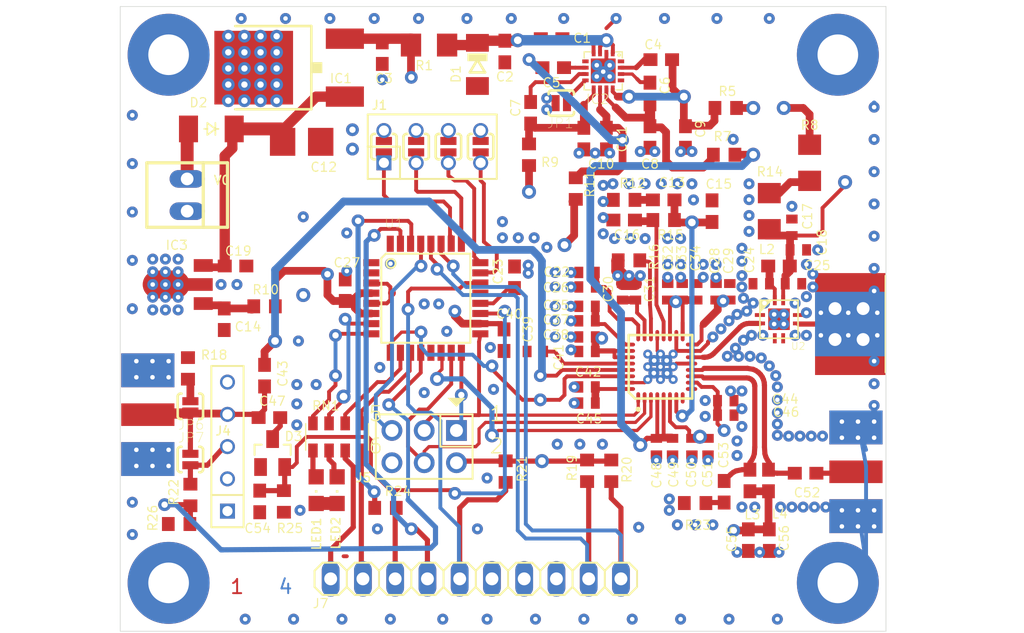
<source format=kicad_pcb>
(kicad_pcb (version 20221018) (generator pcbnew)
  (layers (0 "F.Cu" signal) (1 "In1.Cu" signal) (2 "In2.Cu" signal) (31 "B.Cu" signal) (34 "B.Paste" user) (35 "F.Paste" user) (36 "B.SilkS" user "B.Silkscreen") (37 "F.SilkS" user "F.Silkscreen") (38 "B.Mask" user) (39 "F.Mask" user) (44 "Edge.Cuts" user))
  (net 0 "")
  (net 1 "GND")
  (net 2 "N$3")
  (net 3 "N$6")
  (net 4 "N$15")
  (net 5 "N$18")
  (net 6 "N$27")
  (net 7 "N$36")
  (net 8 "N$37")
  (net 9 "N$4")
  (net 10 "N$58")
  (net 11 "N$16")
  (net 12 "N$14")
  (net 13 "N$24")
  (net 14 "N$8")
  (net 15 "N$11")
  (net 16 "N$12")
  (net 17 "N$21")
  (net 18 "N$26")
  (net 19 "N$35")
  (net 20 "N$31")
  (net 21 "N$43")
  (net 22 "N$44")
  (net 23 "N$45")
  (net 24 "N$29")
  (net 25 "N$49")
  (net 26 "N$54")
  (net 27 "N$60")
  (net 28 "N$61")
  (net 29 "N$63")
  (net 30 "N$64")
  (net 31 "N$65")
  (net 32 "N$10")
  (net 33 "N$25")
  (net 34 "N$20")
  (net 35 "N$1")
  (net 36 "N$38")
  (net 37 "N$41")
  (net 38 "N$42")
  (net 39 "N$5")
  (net 40 "N$2")
  (net 41 "N$59")
  (net 42 "N$28")
  (net 43 "N$68")
  (net 44 "N$69")
  (net 45 "N$19")
  (net 46 "N$56")
  (net 47 "N$71")
  (net 48 "N$73")
  (net 49 "N$76")
  (net 50 "N$78")
  (net 51 "+3V3_AVDD")
  (net 52 "+3V3_DVDD")
  (net 53 "+5V_VVCO")
  (net 54 "N$67")
  (net 55 "N$34")
  (net 56 "+3V3_VRF")
  (net 57 "VR1")
  (net 58 "VR2")
  (net 59 "VR3")
  (net 60 "VR4")
  (net 61 "N$17")
  (net 62 "N$66")
  (net 63 "+6V")
  (net 64 "N$99")
  (net 65 "N$9")
  (net 66 "N$13")
  (net 67 "N$30")
  (net 68 "N$33")
  (net 69 "N$39")
  (net 70 "N$62")
  (net 71 "+5V")
  (footprint "ZLPLL14G:SJ_2S-NO" (layer "F.Cu") (at 146.7331 91.4401 90)
    (fp_text reference "JP5" hide)
    (fp_text value "SOLDERJUMPERNO")
  )
  (footprint "ZLPLL14G:SOD80C" (layer "F.Cu") (at 146.4791 84.9631 -90)
    (fp_text reference "D1")
    (fp_text value "5V6")
  )
  (footprint "ZLPLL14G:R1206" (layer "F.Cu") (at 142.6691 83.4391 180)
    (fp_text reference "R1")
    (fp_text value "2R49")
  )
  (footprint "ZLPLL14G:R0603" (layer "F.Cu") (at 161.1476 97.2186 180)
    (fp_text reference "R15")
    (fp_text value "6K20")
  )
  (footprint "ZLPLL14G:C0603" (layer "F.Cu") (at 129.7151 109.4741 -90)
    (fp_text reference "C43")
    (fp_text value "10nF")
  )
  (footprint "ZLPLL14G:C0402" (layer "F.Cu") (at 155.1151 104.0131 180)
    (fp_text reference "C35")
    (fp_text value "100nF")
  )
  (footprint "ZLPLL14G:C0603" (layer "F.Cu") (at 152.4481 85.2171 180)
    (fp_text reference "C5")
    (fp_text value "100nF")
  )
  (footprint "ZLPLL14G:C0402" (layer "F.Cu") (at 171.3711 102.2351)
    (fp_text reference "C25")
    (fp_text value "1nF")
  )
  (footprint "ZLPLL14G:C0402" (layer "F.Cu") (at 164.6401 115.0621 -90)
    (fp_text reference "C51")
    (fp_text value "100nF")
  )
  (footprint "ZLPLL14G:R0603" (layer "F.Cu") (at 155.1151 116.9671 90)
    (fp_text reference "R19")
    (fp_text value "5K1")
  )
  (footprint "ZLPLL14G:C0402" (layer "F.Cu") (at 155.1151 102.4891)
    (fp_text reference "C26")
    (fp_text value "10pF")
  )
  (footprint "ZLPLL14G:SMA-J797" (layer "F.Cu") (at 178.6061 105.4101)
    (fp_text reference "J2" hide)
    (fp_text value "RF1" hide)
  )
  (footprint "ZLPLL14G:R0603" (layer "F.Cu") (at 154.2261 94.7421 90)
    (fp_text reference "R11")
    (fp_text value "FB 150R")
  )
  (footprint "ZLPLL14G:R0603" (layer "F.Cu") (at 163.6241 119.5071)
    (fp_text reference "R23")
    (fp_text value "50R")
  )
  (footprint "ZLPLL14G:C0402" (layer "F.Cu") (at 155.1151 101.3461)
    (fp_text reference "C22")
    (fp_text value "100nF")
  )
  (footprint "ZLPLL14G:CHIPLED_0805" (layer "F.Cu") (at 135.4301 118.4911 180)
    (fp_text reference "LED2")
    (fp_text value "LOCK")
  )
  (footprint "ZLPLL14G:R0603" (layer "F.Cu") (at 148.7016 117.0306 -90)
    (fp_text reference "R21")
    (fp_text value "1K5")
  )
  (footprint "ZLPLL14G:SJ_2S-NO" (layer "F.Cu") (at 139.1131 91.4401 90)
    (fp_text reference "JP2" hide)
    (fp_text value "SOLDERJUMPERNO")
  )
  (footprint "ZLPLL14G:M2X4" (layer "F.Cu") (at 142.9231 91.4401)
    (fp_text reference "J1")
    (fp_text value "CON_HEADER_2X04-PTH" hide)
  )
  (footprint "ZLPLL14G:C0402" (layer "F.Cu") (at 158.9251 102.8701 -90)
    (fp_text reference "C31")
    (fp_text value "1nF+1uF")
  )
  (footprint "ZLPLL14G:CT3528" (layer "F.Cu") (at 132.6361 91.0591)
    (fp_text reference "C12")
    (fp_text value "4.7uF")
  )
  (footprint "ZLPLL14G:R0603" (layer "F.Cu") (at 123.8731 118.8721 90)
    (fp_text reference "R22")
    (fp_text value "AOT")
  )
  (footprint "ZLPLL14G:R1206" (layer "F.Cu") (at 169.4661 96.5201 -90)
    (fp_text reference "R14")
    (fp_text value "6R8")
  )
  (footprint "ZLPLL14G:C0402" (layer "F.Cu") (at 161.8461 115.0621 -90)
    (fp_text reference "C49")
    (fp_text value "10pF")
  )
  (footprint "ZLPLL14G:C0402" (layer "F.Cu") (at 171.2441 97.7901 90)
    (fp_text reference "C17")
    (fp_text value "5.6pF")
  )
  (footprint "ZLPLL14G:TQFP32-08" (layer "F.Cu") (at 142.4151 103.3781)
    (fp_text reference "U1")
    (fp_text value "ATMEGA328")
  )
  (footprint "ZLPLL14G:C0603" (layer "F.Cu") (at 149.4001 101.7271 -90)
    (fp_text reference "C23")
    (fp_text value "100nF")
  )
  (footprint "ZLPLL14G:C0603" (layer "F.Cu") (at 152.3211 82.9311)
    (fp_text reference "C1")
    (fp_text value "4u7")
  )
  (footprint "ZLPLL14G:J502-ND-142-0711-821_826" (layer "F.Cu") (at 178.4061 117.0461 180)
    (fp_text reference "J6" hide)
    (fp_text value "RF2")
  )
  (footprint "ZLPLL14G:C0603" (layer "F.Cu") (at 148.6381 83.9471 -90)
    (fp_text reference "C2")
    (fp_text value "22uF")
  )
  (footprint "ZLPLL14G:C0402" (layer "F.Cu") (at 162.6081 102.8701 -90)
    (fp_text reference "C33")
    (fp_text value "10pF")
  )
  (footprint "ZLPLL14G:C0603" (layer "F.Cu") (at 161.1476 95.6311 180)
    (fp_text reference "C13")
    (fp_text value "4n7")
  )
  (footprint "ZLPLL14G:R0603" (layer "F.Cu") (at 123.6826 108.9026 90)
    (fp_text reference "R18")
    (fp_text value "51R")
  )
  (footprint "ZLPLL14G:C0402" (layer "F.Cu") (at 155.1151 111.6331)
    (fp_text reference "C45")
    (fp_text value "100nF")
  )
  (footprint "ZLPLL14G:C0402" (layer "F.Cu") (at 161.4651 102.8701 -90)
    (fp_text reference "C32")
    (fp_text value "1nF")
  )
  (footprint "ZLPLL14G:C0402" (layer "F.Cu") (at 171.7521 99.5681)
    (fp_text reference "C18")
    (fp_text value "18pF")
  )
  (footprint "ZLPLL14G:R1206" (layer "F.Cu") (at 172.6411 92.7101 -90)
    (fp_text reference "R8")
    (fp_text value "0R")
  )
  (footprint "ZLPLL14G:R0603" (layer "F.Cu") (at 165.9101 92.0751 180)
    (fp_text reference "R7")
    (fp_text value "0R")
  )
  (footprint "ZLPLL14G:C0402" (layer "F.Cu") (at 160.5761 115.0621 -90)
    (fp_text reference "C48")
    (fp_text value "100nF")
  )
  (footprint "ZLPLL14G:C0603" (layer "F.Cu") (at 165.9101 118.6181 -90)
    (fp_text reference "C53")
    (fp_text value "1nF")
  )
  (footprint "ZLPLL14G:C0402" (layer "F.Cu") (at 163.7511 102.8701 -90)
    (fp_text reference "C34")
    (fp_text value "1uF")
  )
  (footprint "ZLPLL14G:C0603" (layer "F.Cu") (at 138.9861 84.0741 -90)
    (fp_text reference "C3")
    (fp_text value "1uF")
  )
  (footprint "ZLPLL14G:C0603" (layer "F.Cu") (at 160.9571 84.5861)
    (fp_text reference "C4")
    (fp_text value "100nF")
  )
  (footprint "ZLPLL14G:R0603" (layer "F.Cu") (at 131.2391 119.3801 -90)
    (fp_text reference "R25")
    (fp_text value "10K")
  )
  (footprint "ZLPLL14G:R0603" (layer "F.Cu") (at 158.0361 95.6311)
    (fp_text reference "R12")
    (fp_text value "3K00")
  )
  (footprint "ZLPLL14G:C0603" (layer "F.Cu") (at 126.5401 105.0291 -90)
    (fp_text reference "C14")
    (fp_text value "1uF")
  )
  (footprint "ZLPLL14G:DPACK" (layer "F.Cu") (at 131.2391 85.2171 90)
    (fp_text reference "IC1")
    (fp_text value "LM78M06")
  )
  (footprint "ZLPLL14G:SJ_2S-NO" (layer "F.Cu") (at 153.0831 88.0111)
    (fp_text reference "JP1")
    (fp_text value "SOLDERJUMPERNO")
  )
  (footprint "ZLPLL14G:R0603" (layer "F.Cu") (at 150.5431 92.0751 90)
    (fp_text reference "R9")
    (fp_text value "0R")
  )
  (footprint "ZLPLL14G:C0603" (layer "F.Cu") (at 167.8151 122.4281 -90)
    (fp_text reference "C55")
    (fp_text value "10pF")
  )
  (footprint "ZLPLL14G:C0402" (layer "F.Cu") (at 155.1151 106.4261)
    (fp_text reference "C38")
    (fp_text value "100nF")
  )
  (footprint "ZLPLL14G:QFN50P500X500X100-33V2N" (layer "F.Cu") (at 160.8936 108.7756 90)
    (fp_text reference "U3")
    (fp_text value "ADF5355BCPZ" hide)
  )
  (footprint "ZLPLL14G:R0603" (layer "F.Cu") (at 158.4171 100.3936 180)
    (fp_text reference "R16")
    (fp_text value "5K1")
  )
  (footprint "ZLPLL14G:SJ_2S-NO" (layer "F.Cu") (at 123.8731 116.0781 90)
    (fp_text reference "JP7")
    (fp_text value "SOLDERJUMPERNO")
  )
  (footprint "ZLPLL14G:C0603" (layer "F.Cu") (at 129.3341 119.3801 -90)
    (fp_text reference "C54")
    (fp_text value "10nF")
  )
  (footprint "ZLPLL14G:C0603" (layer "F.Cu") (at 164.9576 96.5201 90)
    (fp_text reference "C15")
    (fp_text value "360pF")
  )
  (footprint "ZLPLL14G:QFN16" (layer "F.Cu") (at 156.3851 85.4711 -90)
    (fp_text reference "IC2")
    (fp_text value "HMC1060")
  )
  (footprint "ZLPLL14G:C0402" (layer "F.Cu") (at 166.0371 111.4426)
    (fp_text reference "C44")
    (fp_text value "100nF")
  )
  (footprint "ZLPLL14G:C0402" (layer "F.Cu") (at 168.8311 102.2351 180)
    (fp_text reference "C24")
    (fp_text value "100nF")
  )
  (footprint "ZLPLL14G:C0603" (layer "F.Cu") (at 158.0361 97.2186 180)
    (fp_text reference "C16")
    (fp_text value "150pF")
  )
  (footprint "ZLPLL14G:1X10" (layer "F.Cu") (at 146.3521 125.4761 180)
    (fp_text reference "J7")
    (fp_text value "")
  )
  (footprint "ZLPLL14G:R0603" (layer "F.Cu") (at 166.0371 88.3921 180)
    (fp_text reference "R5")
    (fp_text value "FB 150R")
  )
  (footprint "ZLPLL14G:C0603" (layer "F.Cu") (at 154.8611 90.8051 90)
    (fp_text reference "C10")
    (fp_text value "22uF")
  )
  (footprint "ZLPLL14G:SOD-123_MINI-SMA" (layer "F.Cu") (at 125.5241 90.0431 180)
    (fp_text reference "D2")
    (fp_text value "CGRM4004-G")
  )
  (footprint "ZLPLL14G:C0603" (layer "F.Cu") (at 127.4291 100.8381)
    (fp_text reference "C19")
    (fp_text value "1uF")
  )
  (footprint "ZLPLL14G:C0402" (layer "F.Cu") (at 155.1151 105.1561 180)
    (fp_text reference "C37")
    (fp_text value "10pF")
  )
  (footprint "ZLPLL14G:C0603" (layer "F.Cu") (at 167.9421 117.7291 90)
    (fp_text reference "L3")
    (fp_text value "8n2")
  )
  (footprint "ZLPLL14G:SJ_2S-NO" (layer "F.Cu") (at 141.6531 91.4401 90)
    (fp_text reference "JP3" hide)
    (fp_text value "SOLDERJUMPERNO")
  )
  (footprint "ZLPLL14G:HEADER_PRG_2X03" (layer "F.Cu") (at 142.2881 115.0621 180)
    (fp_text reference "J5")
    (fp_text value "CON_HEADER_PRG_AVR_ICSP-PTH" hide)
  )
  (footprint "ZLPLL14G:CHIPLED_0805" (layer "F.Cu") (at 133.7791 118.4911 180)
    (fp_text reference "LED1")
    (fp_text value "AUX")
  )
  (footprint "ZLPLL14G:C0603" (layer "F.Cu") (at 169.4026 117.7291 90)
    (fp_text reference "L4")
    (fp_text value "8n2")
  )
  (footprint "ZLPLL14G:C0402" (layer "F.Cu") (at 166.3546 102.8701 -90)
    (fp_text reference "C29")
    (fp_text value "100nF")
  )
  (footprint "ZLPLL14G:R0603" (layer "F.Cu") (at 122.9841 121.1581 180)
    (fp_text reference "R26")
    (fp_text value "AOT")
  )
  (footprint "ZLPLL14G:C0603" (layer "F.Cu") (at 170.2281 100.8381)
    (fp_text reference "L2")
    (fp_text value "3n3")
  )
  (footprint "ZLPLL14G:C0603" (layer "F.Cu") (at 150.6701 88.7731 -90)
    (fp_text reference "C7")
    (fp_text value "100nF")
  )
  (footprint "ZLPLL14G:C0603" (layer "F.Cu") (at 156.6391 90.8051 90)
    (fp_text reference "C11")
    (fp_text value "22uF")
  )
  (footprint "ZLPLL14G:R0603" (layer "F.Cu") (at 129.7151 104.0131 180)
    (fp_text reference "R10")
    (fp_text value "FB 150R")
  )
  (footprint "ZLPLL14G:C0402" (layer "F.Cu") (at 165.2751 102.8701 -90)
    (fp_text reference "C28")
    (fp_text value "10pF")
  )
  (footprint "ZLPLL14G:C0402" (layer "F.Cu") (at 163.3701 115.0621 -90)
    (fp_text reference "C50")
    (fp_text value "10pF")
  )
  (footprint "ZLPLL14G:C0603" (layer "F.Cu") (at 162.8621 90.6781 90)
    (fp_text reference "C9")
    (fp_text value "10uF")
  )
  (footprint "ZLPLL14G:EXBS8V" (layer "F.Cu") (at 135.4301 114.3001 180)
    (fp_text reference "RN1")
    (fp_text value "220R")
  )
  (footprint "ZLPLL14G:C0402" (layer "F.Cu") (at 155.1151 107.5691)
    (fp_text reference "C41")
    (fp_text value "10pF")
  )
  (footprint "ZLPLL14G:SOT89" (layer "F.Cu") (at 122.9061 102.2961 90)
    (fp_text reference "IC3")
    (fp_text value "78L05F")
  )
  (footprint "ZLPLL14G:M1X5" (layer "F.Cu") (at 126.7941 115.0621 90)
    (fp_text reference "J4")
    (fp_text value "CON_HEADER_1X05-PTH" hide)
  )
  (footprint "ZLPLL14G:C0603" (layer "F.Cu") (at 136.0651 102.7431 -90)
    (fp_text reference "C27")
    (fp_text value "1uF")
  )
  (footprint "ZLPLL14G:C0603" (layer "F.Cu") (at 169.4661 122.4281 -90)
    (fp_text reference "C56")
    (fp_text value "1nF")
  )
  (footprint "ZLPLL14G:22-23-2021" (layer "F.Cu") (at 123.6191 95.2501 -90)
    (fp_text reference "V0")
    (fp_text value "8-15VDC")
  )
  (footprint "ZLPLL14G:C0402" (layer "F.Cu") (at 155.1151 110.3631)
    (fp_text reference "C42")
    (fp_text value "10pF")
  )
  (footprint "ZLPLL14G:SJ_2S-NO" (layer "F.Cu") (at 144.1931 91.4401 90)
    (fp_text reference "JP4" hide)
    (fp_text value "SOLDERJUMPERNO")
  )
  (footprint "ZLPLL14G:R0603" (layer "F.Cu") (at 157.0201 116.9671 90)
    (fp_text reference "R20")
    (fp_text value "5K1")
  )
  (footprint "ZLPLL14G:C0402" (layer "F.Cu") (at 157.9091 102.8701 -90)
    (fp_text reference "C30")
    (fp_text value "10pF")
  )
  (footprint "ZLPLL14G:C0603" (layer "F.Cu") (at 160.0681 90.6781 90)
    (fp_text reference "C8")
    (fp_text value "22uF")
  )
  (footprint "ZLPLL14G:C0603" (layer "F.Cu") (at 130.0961 112.7761)
    (fp_text reference "C47")
    (fp_text value "100pF")
  )
  (footprint "ZLPLL14G:C0402" (layer "F.Cu") (at 166.0371 112.5856)
    (fp_text reference "C46")
    (fp_text value "10pF")
  )
  (footprint "ZLPLL14G:DQ849" (layer "F.Cu") (at 170.2281 105.0291)
    (fp_text reference "U2")
    (fp_text value "AVA-183A+")
  )
  (footprint "ZLPLL14G:C0603" (layer "F.Cu") (at 148.5746 106.6801 90)
    (fp_text reference "C40")
    (fp_text value "1uF")
  )
  (footprint "ZLPLL14G:SOT23" (layer "F.Cu") (at 130.3501 115.5701)
    (fp_text reference "D3")
    (fp_text value "BAS40-04")
  )
  (footprint "ZLPLL14G:C0603" (layer "F.Cu") (at 160.0681 87.2491 -90)
    (fp_text reference "C6")
    (fp_text value "100nF")
  )
  (footprint "ZLPLL14G:C0603" (layer "F.Cu") (at 172.3236 117.1576)
    (fp_text reference "C52")
    (fp_text value "1nF")
  )
  (footprint "ZLPLL14G:C0402" (layer "F.Cu") (at 151.0431 107.5691 180)
    (fp_text reference "C39")
    (fp_text value "1nF")
  )
  (footprint "ZLPLL14G:J502-ND-142-0711-821_826" (layer "F.Cu") (at 118.4061 112.5461)
    (fp_text reference "J3" hide)
    (fp_text value "REF")
  )
  (footprint "ZLPLL14G:R0603" (layer "F.Cu") (at 139.2401 119.8881)
    (fp_text reference "R24")
    (fp_text value "5K1")
  )
  (footprint "ZLPLL14G:SJ_2S-NOTRACE" (layer "F.Cu") (at 123.8731 111.8871 -90)
    (fp_text reference "JP6")
    (fp_text value "SOLDERJUMPERNC2")
  )
  (gr_line (start 178.6536 129.6036) (end 178.6536 80.4036) (stroke (width 0.05)) (layer "Edge.Cuts"))
  (gr_line (start 118.3486 80.4036) (end 118.3486 129.6036) (stroke (width 0.05)) (layer "Edge.Cuts"))
  (gr_line (start 178.6536 80.4036) (end 118.3486 80.4036) (stroke (width 0.05)) (layer "Edge.Cuts"))
  (gr_line (start 118.3486 129.6036) (end 178.6536 129.6036) (stroke (width 0.05)) (layer "Edge.Cuts"))
  (gr_text "1" (at 126.9211 126.7461) (layer "F.Cu") (effects (font (size 1.1176 1.1176) (thickness 0.1524)) (justify left bottom)))
  (gr_text "4" (at 130.7311 126.7461) (layer "B.Cu") (effects (font (size 1.1176 1.1176) (thickness 0.1524)) (justify left bottom)))
  (segment (start 157.5281 100.4326) (end 157.5671 100.3936) (width 1.016) (layer "F.Cu") (net 1))
  (segment (start 157.9726 101.6636) (end 157.5281 101.2191) (width 1.016) (layer "F.Cu") (net 1))
  (segment (start 164.6401 106.8071) (end 165.0211 106.4261) (width 0.3048) (layer "F.Cu") (net 1))
  (segment (start 157.9091 102.2201) (end 158.9251 102.2201) (width 1.016) (layer "F.Cu") (net 1))
  (segment (start 162.1436 107.5256) (end 163.3436 107.5256) (width 0.3048) (layer "F.Cu") (net 1))
  (segment (start 139.6211 102.9971) (end 139.6401 102.9781) (width 0.3048) (layer "F.Cu") (net 1))
  (segment (start 139.3481 103.7781) (end 139.6211 103.5051) (width 0.3048) (layer "F.Cu") (net 1))
  (segment (start 161.8936 108.7756) (end 162.1436 108.5256) (width 0.3048) (layer "F.Cu") (net 1))
  (segment (start 163.3436 107.5256) (end 164.0486 107.5256) (width 0.3048) (layer "F.Cu") (net 1))
  (segment (start 120.8886 116.5861) (end 121.5236 115.9511) (width 1.016) (layer "F.Cu") (net 1))
  (segment (start 162.1436 108.5256) (end 163.3436 108.5256) (width 0.3048) (layer "F.Cu") (net 1))
  (segment (start 159.6436 110.0256) (end 159.8936 109.7756) (width 0.254) (layer "F.Cu") (net 1))
  (segment (start 138.1225 103.7781) (end 139.3481 103.7781) (width 0.3048) (layer "F.Cu") (net 1))
  (segment (start 164.6401 106.9341) (end 164.6401 106.8071) (width 0.3048) (layer "F.Cu") (net 1))
  (segment (start 139.6401 102.9781) (end 139.7481 102.9781) (width 0.3048) (layer "F.Cu") (net 1))
  (segment (start 139.7481 102.9781) (end 139.7481 102.9336) (width 0.6096) (layer "F.Cu") (net 1))
  (segment (start 160.6436 107.5256) (end 160.6436 106.3256) (width 0.254) (layer "F.Cu") (net 1))
  (segment (start 162.1436 107.5256) (end 162.1436 106.3256) (width 0.3048) (layer "F.Cu") (net 1))
  (segment (start 138.1795 102.2351) (end 138.1225 102.1781) (width 0.3048) (layer "F.Cu") (net 1))
  (segment (start 133.7791 119.5411) (end 135.4301 119.5411) (width 1.016) (layer "F.Cu") (net 1))
  (segment (start 164.0486 107.5256) (end 164.6401 106.9341) (width 0.3048) (layer "F.Cu") (net 1))
  (segment (start 121.5236 115.9511) (end 121.5236 115.3161) (width 1.016) (layer "F.Cu") (net 1))
  (segment (start 157.9091 102.2201) (end 157.9726 101.6636) (width 1.016) (layer "F.Cu") (net 1))
  (segment (start 160.8936 107.7756) (end 160.6436 107.5256) (width 0.254) (layer "F.Cu") (net 1))
  (segment (start 156.6351 84.7686) (end 156.8931 85.0266) (width 0.3048) (layer "F.Cu") (net 1))
  (segment (start 157.4011 81.3436) (end 156.6351 82.1096) (width 0.3048) (layer "F.Cu") (net 1))
  (segment (start 139.6211 102.9971) (end 139.6211 102.4891) (width 0.3048) (layer "F.Cu") (net 1))
  (segment (start 156.6351 84.0711) (end 156.6351 84.7686) (width 0.3048) (layer "F.Cu") (net 1))
  (segment (start 121.5236 115.3161) (end 121.5261 115.3136) (width 1.016) (layer "F.Cu") (net 1))
  (segment (start 139.6211 102.4891) (end 139.3671 102.2351) (width 0.3048) (layer "F.Cu") (net 1))
  (segment (start 157.5281 101.2191) (end 157.5281 100.4326) (width 1.016) (layer "F.Cu") (net 1))
  (segment (start 161.8936 107.7756) (end 162.1436 107.5256) (width 0.3048) (layer "F.Cu") (net 1))
  (segment (start 158.4436 110.0256) (end 159.6436 110.0256) (width 0.254) (layer "F.Cu") (net 1))
  (segment (start 139.6211 103.5051) (end 139.6211 102.9971) (width 0.3048) (layer "F.Cu") (net 1))
  (segment (start 139.3671 102.2351) (end 138.1795 102.2351) (width 0.3048) (layer "F.Cu") (net 1))
  (segment (start 135.9381 123.6981) (end 136.1921 123.6981) (width 0.3048) (layer "F.Cu") (net 1))
  (via (at 153.8451 101.3461) (size 0.8636) (drill 0.3556) (layers "F.Cu" "B.Cu") (net 1))
  (via (at 177.7211 98.4886) (size 0.8636) (drill 0.3556) (layers "F.Cu" "B.Cu") (net 1))
  (via (at 122.9061 101.2961) (size 0.8636) (drill 0.3556) (layers "F.Cu" "B.Cu") (net 1))
  (via (at 173.2761 99.5681) (size 0.8636) (drill 0.3556) (layers "F.Cu" "B.Cu") (net 1))
  (via (at 161.8461 116.1416) (size 0.8636) (drill 0.3556) (layers "F.Cu" "B.Cu") (net 1))
  (via (at 174.8636 84.2011) (size 6.4516) (drill 3.2) (layers "F.Cu" "B.Cu") (net 1))
  (via (at 159.3061 101.6001) (size 0.8636) (drill 0.3556) (layers "F.Cu" "B.Cu") (net 1))
  (via (at 153.8451 106.4261) (size 0.8636) (drill 0.3556) (layers "F.Cu" "B.Cu") (net 1))
  (via (at 119.6186 116.5861) (size 0.8636) (drill 0.3556) (layers "F.Cu" "B.Cu") (net 1))
  (via (at 166.7991 107.3151) (size 0.8636) (drill 0.3556) (layers "F.Cu" "B.Cu") (net 1))
  (via (at 122.1586 125.7936) (size 6.4516) (drill 3.2) (layers "F.Cu" "B.Cu") (net 1))
  (via (at 157.4011 81.3436) (size 0.8636) (drill 0.3556) (layers "F.Cu" "B.Cu") (net 1))
  (via (at 165.0211 121.2216) (size 0.8636) (drill 0.3556) (layers "F.Cu" "B.Cu") (net 1))
  (via (at 171.4981 106.2991) (size 0.8636) (drill 0.3556) (layers "F.Cu" "B.Cu") (net 1))
  (via (at 145.6536 81.3436) (size 0.8636) (drill 0.3556) (layers "F.Cu" "B.Cu") (net 1))
  (via (at 162.4811 98.6791) (size 0.8636) (drill 0.3556) (layers "F.Cu" "B.Cu") (net 1))
  (via (at 130.6676 87.8206) (size 1.008) (drill 0.5) (layers "F.Cu" "B.Cu") (net 1))
  (via (at 176.4511 113.0936) (size 0.8636) (drill 0.3556) (layers "F.Cu" "B.Cu") (net 1))
  (via (at 165.6561 105.7911) (size 0.8636) (drill 0.3556) (layers "F.Cu" "B.Cu") (net 1))
  (via (at 155.8771 85.9156) (size 0.8636) (drill 0.3556) (layers "F.Cu" "B.Cu") (net 1))
  (via (at 175.1811 114.3636) (size 0.8636) (drill 0.3556) (layers "F.Cu" "B.Cu") (net 1))
  (via (at 165.0211 106.4261) (size 0.8636) (drill 0.3556) (layers "F.Cu" "B.Cu") (net 1))
  (via (at 162.4811 101.7271) (size 0.8636) (drill 0.3556) (layers "F.Cu" "B.Cu") (net 1))
  (via (at 170.9901 114.2366) (size 0.8636) (drill 0.3556) (layers "F.Cu" "B.Cu") (net 1))
  (via (at 158.6711 128.6511) (size 0.8636) (drill 0.3556) (layers "F.Cu" "B.Cu") (net 1))
  (via (at 122.9061 104.2961) (size 0.8636) (drill 0.3556) (layers "F.Cu" "B.Cu") (net 1))
  (via (at 121.9061 100.2961) (size 0.8636) (drill 0.3556) (layers "F.Cu" "B.Cu") (net 1))
  (via (at 177.7211 114.3636) (size 0.8636) (drill 0.3556) (layers "F.Cu" "B.Cu") (net 1))
  (via (at 165.2751 101.7271) (size 0.8636) (drill 0.3556) (layers "F.Cu" "B.Cu") (net 1))
  (via (at 157.1471 94.3611) (size 0.8636) (drill 0.3556) (layers "F.Cu" "B.Cu") (net 1))
  (via (at 139.6291 100.6556) (size 0.8636) (drill 0.3556) (layers "F.Cu" "B.Cu") (net 1))
  (via (at 177.7211 111.8236) (size 0.8636) (drill 0.3556) (layers "F.Cu" "B.Cu") (net 1))
  (via (at 164.4181 111.4306) (size 0.8636) (drill 0.3556) (layers "F.Cu" "B.Cu") (net 1))
  (via (at 177.7211 102.8066) (size 0.8636) (drill 0.3556) (layers "F.Cu" "B.Cu") (net 1))
  (via (at 119.6186 115.3161) (size 0.8636) (drill 0.3556) (layers "F.Cu" "B.Cu") (net 1))
  (via (at 169.8471 104.6481) (size 0.8636) (drill 0.3556) (layers "F.Cu" "B.Cu") (net 1))
  (via (at 168.3231 119.8246) (size 0.8636) (drill 0.3556) (layers "F.Cu" "B.Cu") (net 1))
  (via (at 176.4511 114.3636) (size 0.8636) (drill 0.3556) (layers "F.Cu" "B.Cu") (net 1))
  (via (at 144.0661 105.9816) (size 0.8636) (drill 0.3556) (layers "F.Cu" "B.Cu") (net 1))
  (via (at 154.0991 110.3631) (size 0.8636) (drill 0.3556) (layers "F.Cu" "B.Cu") (net 1))
  (via (at 177.7211 90.8686) (size 0.8636) (drill 0.3556) (layers "F.Cu" "B.Cu") (net 1))
  (via (at 138.6051 121.5391) (size 0.8636) (drill 0.3556) (layers "F.Cu" "B.Cu") (net 1))
  (via (at 168.7041 123.3806) (size 0.8636) (drill 0.3556) (layers "F.Cu" "B.Cu") (net 1))
  (via (at 136.1921 98.2346) (size 0.8636) (drill 0.3556) (layers "F.Cu" "B.Cu") (net 1))
  (via (at 166.9261 115.7606) (size 0.8636) (drill 0.3556) (layers "F.Cu" "B.Cu") (net 1))
  (via (at 171.2441 119.8246) (size 0.8636) (drill 0.3556) (layers "F.Cu" "B.Cu") (net 1))
  (via (at 119.3011 121.9836) (size 0.8636) (drill 0.3556) (layers "F.Cu" "B.Cu") (net 1))
  (via (at 170.1011 110.3631) (size 0.8636) (drill 0.3556) (layers "F.Cu" "B.Cu") (net 1))
  (via (at 167.9421 107.9501) (size 0.8636) (drill 0.3556) (layers "F.Cu" "B.Cu") (net 1))
  (via (at 147.7491 110.5536) (size 0.8636) (drill 0.3556) (layers "F.Cu" "B.Cu") (net 1))
  (via (at 121.9061 103.2961) (size 0.8636) (drill 0.3556) (layers "F.Cu" "B.Cu") (net 1))
  (via (at 161.3889 108.2803) (size 0.8636) (drill 0.3556) (layers "F.Cu" "B.Cu") (net 1))
  (via (at 169.9741 109.4741) (size 0.8636) (drill 0.3556) (layers "F.Cu" "B.Cu") (net 1))
  (via (at 139.6211 128.6511) (size 0.8636) (drill 0.3556) (layers "F.Cu" "B.Cu") (net 1))
  (via (at 132.2551 110.1726) (size 0.8636) (drill 0.3556) (layers "F.Cu" "B.Cu") (net 1))
  (via (at 174.8636 125.7936) (size 6.4516) (drill 3.2) (layers "F.Cu" "B.Cu") (net 1))
  (via (at 132.0011 128.6511) (size 0.8636) (drill 0.3556) (layers "F.Cu" "B.Cu") (net 1))
  (via (at 119.3011 96.5836) (size 0.8636) (drill 0.3556) (layers "F.Cu" "B.Cu") (net 1))
  (via (at 158.4171 101.6001) (size 0.8636) (drill 0.3556) (layers "F.Cu" "B.Cu") (net 1))
  (via (at 132.2551 111.6966) (size 0.8636) (drill 0.3556) (layers "F.Cu" "B.Cu") (net 1))
  (via (at 126.8576 86.5506) (size 1.008) (drill 0.5) (layers "F.Cu" "B.Cu") (net 1))
  (via (at 159.3061 91.8211) (size 0.8636) (drill 0.3556) (layers "F.Cu" "B.Cu") (net 1))
  (via (at 167.4341 106.6801) (size 0.8636) (drill 0.3556) (layers "F.Cu" "B.Cu") (net 1))
  (via (at 122.1586 115.3161) (size 0.8636) (drill 0.3556) (layers "F.Cu" "B.Cu") (net 1))
  (via (at 167.3071 101.6001) (size 0.8636) (drill 0.3556) (layers "F.Cu" "B.Cu") (net 1))
  (via (at 166.9261 104.6481) (size 0.8636) (drill 0.3556) (layers "F.Cu" "B.Cu") (net 1))
  (via (at 128.1276 87.8206) (size 1.008) (drill 0.5) (layers "F.Cu" "B.Cu") (net 1))
  (via (at 163.6241 121.2216) (size 0.8636) (drill 0.3556) (layers "F.Cu" "B.Cu") (net 1))
  (via (at 170.1011 112.3951) (size 0.8636) (drill 0.3556) (layers "F.Cu" "B.Cu") (net 1))
  (via (at 152.5951 102.4891) (size 0.8636) (drill 0.3556) (layers "F.Cu" "B.Cu") (net 1))
  (via (at 142.2881 103.8226) (size 0.8636) (drill 0.3556) (layers "F.Cu" "B.Cu") (net 1))
  (via (at 153.8451 104.0131) (size 0.8636) (drill 0.3556) (layers "F.Cu" "B.Cu") (net 1))
  (via (at 177.9711 104.5211) (size 0.8636) (drill 0.3556) (layers "F.Cu" "B.Cu") (net 1))
  (via (at 168.8311 108.0771) (size 0.8636) (drill 0.3556) (layers "F.Cu" "B.Cu") (net 1))
  (via (at 170.1011 111.3791) (size 0.8636) (drill 0.3556) (layers "F.Cu" "B.Cu") (net 1))
  (via (at 177.7211 110.1091) (size 0.8636) (drill 0.3556) (layers "F.Cu" "B.Cu") (net 1))
  (via (at 164.2591 101.7271) (size 0.8636) (drill 0.3556) (layers "F.Cu" "B.Cu") (net 1))
  (via (at 166.4181 110.6806) (size 0.8636) (drill 0.3556) (layers "F.Cu" "B.Cu") (net 1))
  (via (at 167.3071 102.4891) (size 0.8636) (drill 0.3556) (layers "F.Cu" "B.Cu") (net 1))
  (via (at 151.9476 99.3656) (size 0.8636) (drill 0.3556) (layers "F.Cu" "B.Cu") (net 1))
  (via (at 149.1461 81.3436) (size 0.8636) (drill 0.3556) (layers "F.Cu" "B.Cu") (net 1))
  (via (at 154.0991 111.6331) (size 0.8636) (drill 0.3556) (layers "F.Cu" "B.Cu") (net 1))
  (via (at 122.9061 103.2961) (size 0.8636) (drill 0.3556) (layers "F.Cu" "B.Cu") (net 1))
  (via (at 131.3661 81.3436) (size 0.8636) (drill 0.3556) (layers "F.Cu" "B.Cu") (net 1))
  (via (at 160.4491 91.8211) (size 0.8636) (drill 0.3556) (layers "F.Cu" "B.Cu") (net 1))
  (via (at 127.5401 102.2946) (size 0.8636) (drill 0.3556) (layers "F.Cu" "B.Cu") (net 1))
  (via (at 167.3071 119.8246) (size 0.8636) (drill 0.3556) (layers "F.Cu" "B.Cu") (net 1))
  (via (at 156.3851 94.4881) (size 0.8636) (drill 0.3556) (layers "F.Cu" "B.Cu") (net 1))
  (via (at 126.8576 87.8206) (size 1.008) (drill 0.5) (layers "F.Cu" "B.Cu") (net 1))
  (via (at 143.7486 128.6511) (size 0.8636) (drill 0.3556) (layers "F.Cu" "B.Cu") (net 1))
  (via (at 170.6091 105.4101) (size 0.8636) (drill 0.3556) (layers "F.Cu" "B.Cu") (net 1))
  (via (at 128.1276 86.5506) (size 1.008) (drill 0.5) (layers "F.Cu" "B.Cu") (net 1))
  (via (at 160.3729 109.2709) (size 0.8636) (drill 0.3556) (layers "F.Cu" "B.Cu") (net 1))
  (via (at 170.3551 119.8246) (size 0.8636) (drill 0.3556) (layers "F.Cu" "B.Cu") (net 1))
  (via (at 167.3071 112.0776) (size 0.8636) (drill 0.3556) (layers "F.Cu" "B.Cu") (net 1))
  (via (at 129.3976 87.8206) (size 1.008) (drill 0.5) (layers "F.Cu" "B.Cu") (net 1))
  (via (at 155.7501 91.9481) (size 0.8636) (drill 0.3556) (layers "F.Cu" "B.Cu") (net 1))
  (via (at 177.7211 121.3486) (size 0.8636) (drill 0.3556) (layers "F.Cu" "B.Cu") (net 1))
  (via (at 120.8886 115.3161) (size 0.8636) (drill 0.3556) (layers "F.Cu" "B.Cu") (net 1))
  (via (at 156.3851 97.0281) (size 0.8636) (drill 0.3556) (layers "F.Cu" "B.Cu") (net 1))
  (via (at 126.8576 82.7406) (size 1.008) (drill 0.5) (layers "F.Cu" "B.Cu") (net 1))
  (via (at 156.3851 98.2981) (size 0.8636) (drill 0.3556) (layers "F.Cu" "B.Cu") (net 1))
  (via (at 152.5951 105.1561) (size 0.8636) (drill 0.3556) (layers "F.Cu" "B.Cu") (net 1))
  (via (at 163.3701 94.3611) (size 0.8636) (drill 0.3556) (layers "F.Cu" "B.Cu") (net 1))
  (via (at 121.9061 101.2961) (size 0.8636) (drill 0.3556) (layers "F.Cu" "B.Cu") (net 1))
  (via (at 161.4651 100.7111) (size 0.8636) (drill 0.3556) (layers "F.Cu" "B.Cu") (net 1))
  (via (at 167.4341 103.3781) (size 0.8636) (drill 0.3556) (layers "F.Cu" "B.Cu") (net 1))
  (via (at 150.4796 101.4096) (size 0.8636) (drill 0.3556) (layers "F.Cu" "B.Cu") (net 1))
  (via (at 120.9061 101.2961) (size 0.8636) (drill 0.3556) (layers "F.Cu" "B.Cu") (net 1))
  (via (at 153.2736 81.3436) (size 0.8636) (drill 0.3556) (layers "F.Cu" "B.Cu") (net 1))
  (via (at 128.1276 85.2806) (size 1.008) (drill 0.5) (layers "F.Cu" "B.Cu") (net 1))
  (via (at 167.8701 96.8611) (size 0.8636) (drill 0.3556) (layers "F.Cu" "B.Cu") (net 1))
  (via (at 136.6366 91.6306) (size 1.008) (drill 0.5) (layers "F.Cu" "B.Cu") (net 1))
  (via (at 177.7211 108.3311) (size 0.8636) (drill 0.3556) (layers "F.Cu" "B.Cu") (net 1))
  (via (at 168.0691 106.2991) (size 0.8636) (drill 0.3556) (layers "F.Cu" "B.Cu") (net 1))
  (via (at 175.6851 106.2991) (size 0.8636) (drill 0.3556) (layers "F.Cu" "B.Cu") (net 1))
  (via (at 120.9061 104.2961) (size 0.8636) (drill 0.3556) (layers "F.Cu" "B.Cu") (net 1))
  (via (at 173.5261 104.5211) (size 0.8636) (drill 0.3556) (layers "F.Cu" "B.Cu") (net 1))
  (via (at 169.8471 105.4101) (size 0.8636) (drill 0.3556) (layers "F.Cu" "B.Cu") (net 1))
  (via (at 158.5441 98.6791) (size 0.8636) (drill 0.3556) (layers "F.Cu" "B.Cu") (net 1))
  (via (at 159.6871 94.3611) (size 0.8636) (drill 0.3556) (layers "F.Cu" "B.Cu") (net 1))
  (via (at 128.1276 84.0106) (size 1.008) (drill 0.5) (layers "F.Cu" "B.Cu") (net 1))
  (via (at 170.1011 128.6511) (size 0.8636) (drill 0.3556) (layers "F.Cu" "B.Cu") (net 1))
  (via (at 119.3011 92.7736) (size 0.8636) (drill 0.3556) (layers "F.Cu" "B.Cu") (net 1))
  (via (at 173.9111 119.8246) (size 0.8636) (drill 0.3556) (layers "F.Cu" "B.Cu") (net 1))
  (via (at 119.3011 104.2036) (size 0.8636) (drill 0.3556) (layers "F.Cu" "B.Cu") (net 1))
  (via (at 177.7211 95.9486) (size 0.8636) (drill 0.3556) (layers "F.Cu" "B.Cu") (net 1))
  (via (at 119.6186 108.3311) (size 0.8636) (drill 0.3556) (layers "F.Cu" "B.Cu") (net 1))
  (via (at 161.5921 119.1896) (size 0.8636) (drill 0.3556) (layers "F.Cu" "B.Cu") (net 1))
  (via (at 162.2271 121.2216) (size 0.8636) (drill 0.3556) (layers "F.Cu" "B.Cu") (net 1))
  (via (at 153.8451 105.1561) (size 0.8636) (drill 0.3556) (layers "F.Cu" "B.Cu") (net 1))
  (via (at 134.8586 81.3436) (size 0.8636) (drill 0.3556) (layers "F.Cu" "B.Cu") (net 1))
  (via (at 154.4801 91.9481) (size 0.8636) (drill 0.3556) (layers "F.Cu" "B.Cu") (net 1))
  (via (at 164.2591 100.7111) (size 0.8636) (drill 0.3556) (layers "F.Cu" "B.Cu") (net 1))
  (via (at 138.3511 81.3436) (size 0.8636) (drill 0.3556) (layers "F.Cu" "B.Cu") (net 1))
  (via (at 171.8791 114.2366) (size 0.8636) (drill 0.3556) (layers "F.Cu" "B.Cu") (net 1))
  (via (at 167.8701 94.3611) (size 0.8636) (drill 0.3556) (layers "F.Cu" "B.Cu") (net 1))
  (via (at 177.7211 101.0286) (size 0.8636) (drill 0.3556) (layers "F.Cu" "B.Cu") (net 1))
  (via (at 130.6676 84.0106) (size 1.008) (drill 0.5) (layers "F.Cu" "B.Cu") (net 1))
  (via (at 152.5951 106.4261) (size 0.8636) (drill 0.3556) (layers "F.Cu" "B.Cu") (net 1))
  (via (at 172.3871 106.2991) (size 0.8636) (drill 0.3556) (layers "F.Cu" "B.Cu") (net 1))
  (via (at 166.6201 90.8611) (size 0.8636) (drill 0.3556) (layers "F.Cu" "B.Cu") (net 1))
  (via (at 166.9261 114.6176) (size 0.8636) (drill 0.3556) (layers "F.Cu" "B.Cu") (net 1))
  (via (at 177.9711 106.2991) (size 0.8636) (drill 0.3556) (layers "F.Cu" "B.Cu") (net 1))
  (via (at 170.2281 123.3806) (size 0.8636) (drill 0.3556) (layers "F.Cu" "B.Cu") (net 1))
  (via (at 158.4171 94.3611) (size 0.8636) (drill 0.3556) (layers "F.Cu" "B.Cu") (net 1))
  (via (at 173.0221 119.8246) (size 0.8636) (drill 0.3556) (layers "F.Cu" "B.Cu") (net 1))
  (via (at 119.3011 88.9636) (size 0.8636) (drill 0.3556) (layers "F.Cu" "B.Cu") (net 1))
  (via (at 175.1811 120.0786) (size 0.8636) (drill 0.3556) (layers "F.Cu" "B.Cu") (net 1))
  (via (at 141.8436 81.3436) (size 0.8636) (drill 0.3556) (layers "F.Cu" "B.Cu") (net 1))
  (via (at 175.1811 113.0936) (size 0.8636) (drill 0.3556) (layers "F.Cu" "B.Cu") (net 1))
  (via (at 171.4981 103.7591) (size 0.8636) (drill 0.3556) (layers "F.Cu" "B.Cu") (net 1))
  (via (at 120.8886 109.6011) (size 0.8636) (drill 0.3556) (layers "F.Cu" "B.Cu") (net 1))
  (via (at 135.8111 128.6511) (size 0.8636) (drill 0.3556) (layers "F.Cu" "B.Cu") (net 1))
  (via (at 173.6571 114.2366) (size 0.8636) (drill 0.3556) (layers "F.Cu" "B.Cu") (net 1))
  (via (at 165.2751 100.7111) (size 0.8636) (drill 0.3556) (layers "F.Cu" "B.Cu") (net 1))
  (via (at 136.1921 101.2346) (size 0.8636) (drill 0.3556) (layers "F.Cu" "B.Cu") (net 1))
  (via (at 161.5921 120.0786) (size 0.8636) (drill 0.3556) (layers "F.Cu" "B.Cu") (net 1))
  (via (at 122.9061 100.2961) (size 0.8636) (drill 0.3556) (layers "F.Cu" "B.Cu") (net 1))
  (via (at 156.3851 85.5346) (size 0.8636) (drill 0.3556) (layers "F.Cu" "B.Cu") (net 1))
  (via (at 138.9861 86.1696) (size 0.8636) (drill 0.3556) (layers "F.Cu" "B.Cu") (net 1))
  (via (at 153.8451 102.4891) (size 0.8636) (drill 0.3556) (layers "F.Cu" "B.Cu") (net 1))
  (via (at 149.6976 98.6156) (size 0.8636) (drill 0.3556) (layers "F.Cu" "B.Cu") (net 1))
  (via (at 165.3386 81.3436) (size 0.8636) (drill 0.3556) (layers "F.Cu" "B.Cu") (net 1))
  (via (at 151.0511 128.6511) (size 0.8636) (drill 0.3556) (layers "F.Cu" "B.Cu") (net 1))
  (via (at 172.3871 104.5211) (size 0.8636) (drill 0.3556) (layers "F.Cu" "B.Cu") (net 1))
  (via (at 120.8886 108.3311) (size 0.8636) (drill 0.3556) (layers "F.Cu" "B.Cu") (net 1))
  (via (at 172.7681 114.2366) (size 0.8636) (drill 0.3556) (layers "F.Cu" "B.Cu") (net 1))
  (via (at 162.2271 94.3611) (size 0.8636) (drill 0.3556) (layers "F.Cu" "B.Cu") (net 1))
  (via (at 152.5951 104.0131) (size 0.8636) (drill 0.3556) (layers "F.Cu" "B.Cu") (net 1))
  (via (at 173.5261 106.2991) (size 0.8636) (drill 0.3556) (layers "F.Cu" "B.Cu") (net 1))
  (via (at 163.3701 91.8211) (size 0.8636) (drill 0.3556) (layers "F.Cu" "B.Cu") (net 1))
  (via (at 177.7211 93.4086) (size 0.8636) (drill 0.3556) (layers "F.Cu" "B.Cu") (net 1))
  (via (at 161.4651 101.7271) (size 0.8636) (drill 0.3556) (layers "F.Cu" "B.Cu") (net 1))
  (via (at 156.3216 114.8716) (size 0.8636) (drill 0.3556) (layers "F.Cu" "B.Cu") (net 1))
  (via (at 167.8701 98.1111) (size 0.8636) (drill 0.3556) (layers "F.Cu" "B.Cu") (net 1))
  (via (at 177.7211 113.0936) (size 0.8636) (drill 0.3556) (layers "F.Cu" "B.Cu") (net 1))
  (via (at 164.4181 112.6806) (size 0.8636) (drill 0.3556) (layers "F.Cu" "B.Cu") (net 1))
  (via (at 129.3976 84.0106) (size 1.008) (drill 0.5) (layers "F.Cu" "B.Cu") (net 1))
  (via (at 126.8576 84.0106) (size 1.008) (drill 0.5) (layers "F.Cu" "B.Cu") (net 1))
  (via (at 147.4951 107.2516) (size 0.8636) (drill 0.3556) (layers "F.Cu" "B.Cu") (net 1))
  (via (at 132.2551 113.3476) (size 0.8636) (drill 0.3556) (layers "F.Cu" "B.Cu") (net 1))
  (via (at 170.1011 113.2841) (size 0.8636) (drill 0.3556) (layers "F.Cu" "B.Cu") (net 1))
  (via (at 167.8701 95.6111) (size 0.8636) (drill 0.3556) (layers "F.Cu" "B.Cu") (net 1))
  (via (at 156.8931 85.9156) (size 0.8636) (drill 0.3556) (layers "F.Cu" "B.Cu") (net 1))
  (via (at 162.4811 91.8211) (size 0.8636) (drill 0.3556) (layers "F.Cu" "B.Cu") (net 1))
  (via (at 172.3871 100.7111) (size 0.8636) (drill 0.3556) (layers "F.Cu" "B.Cu") (net 1))
  (via (at 130.6676 85.2806) (size 1.008) (drill 0.5) (layers "F.Cu" "B.Cu") (net 1))
  (via (at 159.6871 98.6791) (size 0.8636) (drill 0.3556) (layers "F.Cu" "B.Cu") (net 1))
  (via (at 167.3071 110.6806) (size 0.8636) (drill 0.3556) (layers "F.Cu" "B.Cu") (net 1))
  (via (at 128.1276 82.7406) (size 1.008) (drill 0.5) (layers "F.Cu" "B.Cu") (net 1))
  (via (at 166.2911 128.6511) (size 0.8636) (drill 0.3556) (layers "F.Cu" "B.Cu") (net 1))
  (via (at 156.8931 91.9481) (size 0.8636) (drill 0.3556) (layers "F.Cu" "B.Cu") (net 1))
  (via (at 119.6186 109.6011) (size 0.8636) (drill 0.3556) (layers "F.Cu" "B.Cu") (net 1))
  (via (at 161.4143 109.2963) (size 0.8636) (drill 0.3556) (layers "F.Cu" "B.Cu") (net 1))
  (via (at 177.7211 120.0786) (size 0.8636) (drill 0.3556) (layers "F.Cu" "B.Cu") (net 1))
  (via (at 169.0851 103.7591) (size 0.8636) (drill 0.3556) (layers "F.Cu" "B.Cu") (net 1))
  (via (at 120.9061 103.2961) (size 0.8636) (drill 0.3556) (layers "F.Cu" "B.Cu") (net 1))
  (via (at 169.4661 81.3436) (size 0.8636) (drill 0.3556) (layers "F.Cu" "B.Cu") (net 1))
  (via (at 167.3071 100.4571) (size 0.8636) (drill 0.3556) (layers "F.Cu" "B.Cu") (net 1))
  (via (at 175.1811 121.3486) (size 0.8636) (drill 0.3556) (layers "F.Cu" "B.Cu") (net 1))
  (via (at 147.2411 117.5386) (size 0.8636) (drill 0.3556) (layers "F.Cu" "B.Cu") (net 1))
  (via (at 147.2411 128.6511) (size 0.8636) (drill 0.3556) (layers "F.Cu" "B.Cu") (net 1))
  (via (at 122.9061 102.2961) (size 0.8636) (drill 0.3556) (layers "F.Cu" "B.Cu") (net 1))
  (via (at 154.5436 114.8716) (size 0.8636) (drill 0.3556) (layers "F.Cu" "B.Cu") (net 1))
  (via (at 129.3976 82.7406) (size 1.008) (drill 0.5) (layers "F.Cu" "B.Cu") (net 1))
  (via (at 150.9476 98.6156) (size 0.8636) (drill 0.3556) (layers "F.Cu" "B.Cu") (net 1))
  (via (at 148.4476 97.3456) (size 0.8636) (drill 0.3556) (layers "F.Cu" "B.Cu") (net 1))
  (via (at 171.2441 96.1391) (size 0.8636) (drill 0.3556) (layers "F.Cu" "B.Cu") (net 1))
  (via (at 153.8451 107.4381) (size 0.8636) (drill 0.3556) (layers "F.Cu" "B.Cu") (net 1))
  (via (at 157.5281 101.6001) (size 0.8636) (drill 0.3556) (layers "F.Cu" "B.Cu") (net 1))
  (via (at 167.0531 107.9501) (size 0.8636) (drill 0.3556) (layers "F.Cu" "B.Cu") (net 1))
  (via (at 126.2901 102.2946) (size 0.8636) (drill 0.3556) (layers "F.Cu" "B.Cu") (net 1))
  (via (at 161.4651 98.6791) (size 0.8636) (drill 0.3556) (layers "F.Cu" "B.Cu") (net 1))
  (via (at 157.2741 98.6791) (size 0.8636) (drill 0.3556) (layers "F.Cu" "B.Cu") (net 1))
  (via (at 122.1586 108.3311) (size 0.8636) (drill 0.3556) (layers "F.Cu" "B.Cu") (net 1))
  (via (at 162.4811 128.6511) (size 0.8636) (drill 0.3556) (layers "F.Cu" "B.Cu") (net 1))
  (via (at 126.8576 85.2806) (size 1.008) (drill 0.5) (layers "F.Cu" "B.Cu") (net 1))
  (via (at 170.1011 114.1731) (size 0.8636) (drill 0.3556) (layers "F.Cu" "B.Cu") (net 1))
  (via (at 122.1586 116.5861) (size 0.8636) (drill 0.3556) (layers "F.Cu" "B.Cu") (net 1))
  (via (at 130.6676 82.7406) (size 1.008) (drill 0.5) (layers "F.Cu" "B.Cu") (net 1))
  (via (at 120.9061 100.2961) (size 0.8636) (drill 0.3556) (layers "F.Cu" "B.Cu") (net 1))
  (via (at 166.1641 107.9501) (size 0.8636) (drill 0.3556) (layers "F.Cu" "B.Cu") (net 1))
  (via (at 121.9061 104.2961) (size 0.8636) (drill 0.3556) (layers "F.Cu" "B.Cu") (net 1))
  (via (at 156.8931 85.0266) (size 0.8636) (drill 0.3556) (layers "F.Cu" "B.Cu") (net 1))
  (via (at 119.3011 100.3936) (size 0.8636) (drill 0.3556) (layers "F.Cu" "B.Cu") (net 1))
  (via (at 152.7656 114.8716) (size 0.8636) (drill 0.3556) (layers "F.Cu" "B.Cu") (net 1))
  (via (at 168.9581 106.2991) (size 0.8636) (drill 0.3556) (layers "F.Cu" "B.Cu") (net 1))
  (via (at 154.8611 128.6511) (size 0.8636) (drill 0.3556) (layers "F.Cu" "B.Cu") (net 1))
  (via (at 172.8951 101.4731) (size 0.8636) (drill 0.3556) (layers "F.Cu" "B.Cu") (net 1))
  (via (at 122.1586 84.2011) (size 6.4516) (drill 3.2) (layers "F.Cu" "B.Cu") (net 1))
  (via (at 132.5091 120.0786) (size 0.8636) (drill 0.3556) (layers "F.Cu" "B.Cu") (net 1))
  (via (at 176.4511 120.0786) (size 0.8636) (drill 0.3556) (layers "F.Cu" "B.Cu") (net 1))
  (via (at 119.3011 119.4436) (size 0.8636) (drill 0.3556) (layers "F.Cu" "B.Cu") (net 1))
  (via (at 151.9401 87.6301) (size 0.8636) (drill 0.3556) (layers "F.Cu" "B.Cu") (net 1))
  (via (at 163.3701 116.1416) (size 0.8636) (drill 0.3556) (layers "F.Cu" "B.Cu") (net 1))
  (via (at 175.6851 104.5211) (size 0.8636) (drill 0.3556) (layers "F.Cu" "B.Cu") (net 1))
  (via (at 130.6676 86.5506) (size 1.008) (drill 0.5) (layers "F.Cu" "B.Cu") (net 1))
  (via (at 172.3871 103.2511) (size 0.8636) (drill 0.3556) (layers "F.Cu" "B.Cu") (net 1))
  (via (at 142.2881 110.8076) (size 0.8636) (drill 0.3556) (layers "F.Cu" "B.Cu") (net 1))
  (via (at 129.3976 86.5506) (size 1.008) (drill 0.5) (layers "F.Cu" "B.Cu") (net 1))
  (via (at 156.3851 95.7581) (size 0.8636) (drill 0.3556) (layers "F.Cu" "B.Cu") (net 1))
  (via (at 136.6366 90.1066) (size 1.008) (drill 0.5) (layers "F.Cu" "B.Cu") (net 1))
  (via (at 167.6881 104.3941) (size 0.8636) (drill 0.3556) (layers "F.Cu" "B.Cu") (net 1))
  (via (at 151.9401 88.5191) (size 0.8636) (drill 0.3556) (layers "F.Cu" "B.Cu") (net 1))
  (via (at 138.7881 108.8226) (size 0.8636) (drill 0.3556) (layers "F.Cu" "B.Cu") (net 1))
  (via (at 160.5761 116.1416) (size 0.8636) (drill 0.3556) (layers "F.Cu" "B.Cu") (net 1))
  (via (at 172.8951 102.4891) (size 0.8636) (drill 0.3556) (layers "F.Cu" "B.Cu") (net 1))
  (via (at 132.7631 96.9646) (size 0.8636) (drill 0.3556) (layers "F.Cu" "B.Cu") (net 1))
  (via (at 168.1961 103.7591) (size 0.8636) (drill 0.3556) (layers "F.Cu" "B.Cu") (net 1))
  (via (at 169.4661 108.7121) (size 0.8636) (drill 0.3556) (layers "F.Cu" "B.Cu") (net 1))
  (via (at 132.3821 106.7436) (size 0.8636) (drill 0.3556) (layers "F.Cu" "B.Cu") (net 1))
  (via (at 148.4476 98.6156) (size 0.8636) (drill 0.3556) (layers "F.Cu" "B.Cu") (net 1))
  (via (at 121.9061 102.2961) (size 0.8636) (drill 0.3556) (layers "F.Cu" "B.Cu") (net 1))
  (via (at 166.2911 105.1561) (size 0.8636) (drill 0.3556) (layers "F.Cu" "B.Cu") (net 1))
  (via (at 150.4796 100.7746) (size 0.8636) (drill 0.3556) (layers "F.Cu" "B.Cu") (net 1))
  (via (at 146.4791 121.5391) (size 0.8636) (drill 0.3556) (layers "F.Cu" "B.Cu") (net 1))
  (via (at 133.7791 110.1726) (size 0.8636) (drill 0.3556) (layers "F.Cu" "B.Cu") (net 1))
  (via (at 166.9261 123.3806) (size 0.8636) (drill 0.3556) (layers "F.Cu" "B.Cu") (net 1))
  (via (at 167.3071 99.4411) (size 0.8636) (drill 0.3556) (layers "F.Cu" "B.Cu") (net 1))
  (via (at 120.8886 116.5861) (size 0.8636) (drill 0.3556) (layers "F.Cu" "B.Cu") (net 1))
  (via (at 172.1331 119.8246) (size 0.8636) (drill 0.3556) (layers "F.Cu" "B.Cu") (net 1))
  (via (at 120.9061 102.2961) (size 0.8636) (drill 0.3556) (layers "F.Cu" "B.Cu") (net 1))
  (via (at 160.3983 108.2803) (size 0.8636) (drill 0.3556) (layers "F.Cu" "B.Cu") (net 1))
  (via (at 128.1911 128.6511) (size 0.8636) (drill 0.3556) (layers "F.Cu" "B.Cu") (net 1))
  (via (at 162.4811 100.7111) (size 0.8636) (drill 0.3556) (layers "F.Cu" "B.Cu") (net 1))
  (via (at 152.5951 101.3461) (size 0.8636) (drill 0.3556) (layers "F.Cu" "B.Cu") (net 1))
  (via (at 129.3976 85.2806) (size 1.008) (drill 0.5) (layers "F.Cu" "B.Cu") (net 1))
  (via (at 176.4511 121.3486) (size 0.8636) (drill 0.3556) (layers "F.Cu" "B.Cu") (net 1))
  (via (at 159.1791 121.4121) (size 0.8636) (drill 0.3556) (layers "F.Cu" "B.Cu") (net 1))
  (via (at 160.9571 94.3611) (size 0.8636) (drill 0.3556) (layers "F.Cu" "B.Cu") (net 1))
  (via (at 170.6091 104.6481) (size 0.8636) (drill 0.3556) (layers "F.Cu" "B.Cu") (net 1))
  (via (at 177.7211 88.3286) (size 0.8636) (drill 0.3556) (layers "F.Cu" "B.Cu") (net 1))
  (via (at 163.4971 95.6311) (size 0.8636) (drill 0.3556) (layers "F.Cu" "B.Cu") (net 1))
  (via (at 143.4311 103.8226) (size 0.8636) (drill 0.3556) (layers "F.Cu" "B.Cu") (net 1))
  (via (at 155.8771 85.0266) (size 0.8636) (drill 0.3556) (layers "F.Cu" "B.Cu") (net 1))
  (via (at 161.2111 81.3436) (size 0.8636) (drill 0.3556) (layers "F.Cu" "B.Cu") (net 1))
  (via (at 127.8736 81.3436) (size 0.8636) (drill 0.3556) (layers "F.Cu" "B.Cu") (net 1))
  (via (at 164.6401 116.1416) (size 0.8636) (drill 0.3556) (layers "F.Cu" "B.Cu") (net 1))
  (via (at 122.1586 109.6011) (size 0.8636) (drill 0.3556) (layers "F.Cu" "B.Cu") (net 1))
  (via (at 167.3071 113.4746) (size 0.8636) (drill 0.3556) (layers "F.Cu" "B.Cu") (net 1))
  (segment (start 176.5582 113.7265) (end 177.0861 115.3161) (width 0.3048) (layer "B.Cu") (net 1))
  (segment (start 177.7211 88.0365) (end 177.7211 88.0111) (width 0.4064) (layer "B.Cu") (net 1))
  (segment (start 177.0861 124.2061) (end 176.5582 120.7157) (width 0.3048) (layer "B.Cu") (net 1))
  (segment (start 177.0861 124.2061) (end 177.0861 116.5861) (width 0.3048) (layer "B.Cu") (net 1))
  (segment (start 177.0861 116.5861) (end 176.5582 113.7265) (width 0.3048) (layer "B.Cu") (net 1))
  (segment (start 142.0341 99.1045) (end 142.0151 99.0855) (width 0.3048) (layer "F.Cu") (net 2))
  (segment (start 142.0341 100.8381) (end 142.0341 99.1045) (width 0.3048) (layer "F.Cu") (net 2))
  (via (at 142.0341 100.8381) (size 1.008) (drill 0.5) (layers "F.Cu" "B.Cu") (net 2))
  (segment (start 141.7801 100.8381) (end 142.0341 100.8381) (width 0.3048) (layer "B.Cu") (net 2))
  (segment (start 138.4781 112.7761) (end 138.4781 110.9981) (width 0.3048) (layer "B.Cu") (net 2))
  (segment (start 139.4941 113.7921) (end 138.4781 112.7761) (width 0.3048) (layer "B.Cu") (net 2))
  (segment (start 139.7481 109.7281) (end 139.7481 102.8701) (width 0.3048) (layer "B.Cu") (net 2))
  (segment (start 138.4781 110.9981) (end 139.7481 109.7281) (width 0.3048) (layer "B.Cu") (net 2))
  (segment (start 139.7481 102.8701) (end 141.7801 100.8381) (width 0.3048) (layer "B.Cu") (net 2))
  (segment (start 139.7481 113.7921) (end 139.4941 113.7921) (width 0.3048) (layer "B.Cu") (net 2))
  (segment (start 140.2561 97.9171) (end 140.4151 98.0761) (width 0.3048) (layer "F.Cu") (net 3))
  (segment (start 142.5421 125.4761) (end 142.5421 122.4281) (width 0.4064) (layer "F.Cu") (net 3))
  (segment (start 138.8591 97.9171) (end 140.2561 97.9171) (width 0.3048) (layer "F.Cu") (net 3))
  (segment (start 140.4151 98.0761) (end 140.4151 99.0855) (width 0.3048) (layer "F.Cu") (net 3))
  (segment (start 138.3511 98.4251) (end 138.8591 97.9171) (width 0.3048) (layer "F.Cu") (net 3))
  (segment (start 141.6531 121.5391) (end 141.2721 121.5391) (width 0.4064) (layer "F.Cu") (net 3))
  (segment (start 142.5421 122.4281) (end 141.6531 121.5391) (width 0.4064) (layer "F.Cu") (net 3))
  (via (at 141.2721 121.5391) (size 1.008) (drill 0.5) (layers "F.Cu" "B.Cu") (net 3))
  (via (at 138.3511 98.4251) (size 1.008) (drill 0.5) (layers "F.Cu" "B.Cu") (net 3))
  (segment (start 141.2721 121.5391) (end 141.1451 121.5391) (width 0.4064) (layer "B.Cu") (net 3))
  (segment (start 141.1451 121.5391) (end 139.8751 120.2691) (width 0.4064) (layer "B.Cu") (net 3))
  (segment (start 139.8751 118.6181) (end 137.7161 116.4591) (width 0.4064) (layer "B.Cu") (net 3))
  (segment (start 137.7161 98.9331) (end 138.2241 98.4251) (width 0.4064) (layer "B.Cu") (net 3))
  (segment (start 137.7161 116.4591) (end 137.7161 98.9331) (width 0.4064) (layer "B.Cu") (net 3))
  (segment (start 139.8751 120.2691) (end 139.8751 118.6181) (width 0.4064) (layer "B.Cu") (net 3))
  (segment (start 138.2241 98.4251) (end 138.3511 98.4251) (width 0.4064) (layer "B.Cu") (net 3))
  (segment (start 158.8861 95.6311) (end 160.2976 95.6311) (width 0.6096) (layer "F.Cu") (net 4))
  (segment (start 163.3701 97.4091) (end 162.1881 97.4091) (width 0.6096) (layer "F.Cu") (net 5))
  (segment (start 163.3701 97.4091) (end 164.9186 97.4091) (width 0.6096) (layer "F.Cu") (net 5))
  (segment (start 162.1436 112.3116) (end 162.1436 111.2256) (width 0.3048) (layer "F.Cu") (net 5))
  (segment (start 162.1881 97.4091) (end 161.9976 97.2186) (width 0.6096) (layer "F.Cu") (net 5))
  (segment (start 164.9186 97.4091) (end 164.9576 97.3701) (width 0.6096) (layer "F.Cu") (net 5))
  (segment (start 162.6081 112.6491) (end 162.1436 112.3116) (width 0.3048) (layer "F.Cu") (net 5))
  (segment (start 161.9976 97.2186) (end 161.9976 95.6311) (width 0.6096) (layer "F.Cu") (net 5))
  (segment (start 161.9976 97.2186) (end 161.8461 97.3701) (width 0.3048) (layer "F.Cu") (net 5))
  (segment (start 161.9976 97.2186) (end 162.0121 97.2331) (width 0.6096) (layer "F.Cu") (net 5))
  (via (at 163.3701 97.4091) (size 1.108) (drill 0.6) (layers "F.Cu" "B.Cu") (net 5))
  (via (at 162.6081 112.6491) (size 1.008) (drill 0.5) (layers "F.Cu" "B.Cu") (net 5))
  (segment (start 162.6081 112.6491) (end 162.8621 112.6491) (width 0.4064) (layer "B.Cu") (net 5))
  (segment (start 162.8621 112.6491) (end 163.3701 112.1411) (width 0.4064) (layer "B.Cu") (net 5))
  (segment (start 163.3701 112.1411) (end 163.3701 97.4091) (width 0.4064) (layer "B.Cu") (net 5))
  (segment (start 161.1436 105.2156) (end 160.5761 103.8861) (width 0.3048) (layer "F.Cu") (net 6))
  (segment (start 160.2096 97.3066) (end 159.0521 97.3066) (width 0.6096) (layer "F.Cu") (net 6))
  (segment (start 160.3856 97.3066) (end 160.2976 97.2186) (width 0.4064) (layer "F.Cu") (net 6))
  (segment (start 160.5761 103.8861) (end 160.5761 97.3066) (width 0.3048) (layer "F.Cu") (net 6))
  (segment (start 159.0521 97.3066) (end 158.8861 97.2186) (width 0.2032) (layer "F.Cu") (net 6))
  (segment (start 160.5761 97.3066) (end 160.3856 97.3066) (width 0.4064) (layer "F.Cu") (net 6))
  (segment (start 160.2976 97.2186) (end 160.2096 97.3066) (width 0.6096) (layer "F.Cu") (net 6))
  (segment (start 161.1436 106.3256) (end 161.1436 105.2156) (width 0.3048) (layer "F.Cu") (net 6))
  (segment (start 156.5121 102.4891) (end 155.7651 102.4891) (width 0.3048) (layer "F.Cu") (net 7))
  (segment (start 158.6711 105.0291) (end 159.1436 105.5016) (width 0.3048) (layer "F.Cu") (net 7))
  (segment (start 157.5281 105.0291) (end 158.6711 105.0291) (width 0.3048) (layer "F.Cu") (net 7))
  (segment (start 156.8931 104.3941) (end 156.8931 102.8701) (width 0.3048) (layer "F.Cu") (net 7))
  (segment (start 159.1436 105.5016) (end 159.1436 106.3256) (width 0.3048) (layer "F.Cu") (net 7))
  (segment (start 157.5281 105.0291) (end 156.8931 104.3941) (width 0.3048) (layer "F.Cu") (net 7))
  (segment (start 156.8931 102.8701) (end 156.5121 102.4891) (width 0.3048) (layer "F.Cu") (net 7))
  (segment (start 155.7651 102.4891) (end 155.7651 101.3461) (width 0.6096) (layer "F.Cu") (net 7))
  (segment (start 159.0521 103.8471) (end 158.9251 103.5201) (width 0.254) (layer "F.Cu") (net 8))
  (segment (start 159.0521 104.5211) (end 159.0521 103.8471) (width 0.3048) (layer "F.Cu") (net 8))
  (segment (start 159.6436 106.3256) (end 159.6436 105.1126) (width 0.3048) (layer "F.Cu") (net 8))
  (segment (start 159.6436 105.1126) (end 159.0521 104.5211) (width 0.3048) (layer "F.Cu") (net 8))
  (segment (start 158.9251 103.5201) (end 157.9091 103.5201) (width 0.6096) (layer "F.Cu") (net 8))
  (segment (start 160.0166 100.5081) (end 159.2671 100.3936) (width 0.3048) (layer "F.Cu") (net 9))
  (segment (start 160.0681 100.5841) (end 160.0166 100.5081) (width 0.254) (layer "F.Cu") (net 9))
  (segment (start 160.1436 104.9776) (end 160.0681 103.8861) (width 0.3048) (layer "F.Cu") (net 9))
  (segment (start 160.0681 103.8861) (end 160.0681 100.5841) (width 0.3048) (layer "F.Cu") (net 9))
  (segment (start 160.1436 106.3256) (end 160.1436 104.9776) (width 0.3048) (layer "F.Cu") (net 9))
  (segment (start 121.6561 112.5461) (end 121.6561 112.4586) (width 0.8128) (layer "F.Cu") (net 10))
  (segment (start 127.0481 112.5221) (end 129.3341 112.5221) (width 0.4064) (layer "F.Cu") (net 10))
  (segment (start 126.7306 112.4586) (end 126.7941 112.5221) (width 0.8128) (layer "F.Cu") (net 10))
  (segment (start 129.3341 112.5221) (end 129.2461 112.6101) (width 0.4064) (layer "F.Cu") (net 10))
  (segment (start 123.8731 112.4586) (end 123.8731 115.6281) (width 0.4064) (layer "F.Cu") (net 10))
  (segment (start 126.7941 112.5221) (end 127.0481 112.5221) (width 0.8128) (layer "F.Cu") (net 10))
  (segment (start 121.6561 112.4586) (end 123.8731 112.4586) (width 0.8128) (layer "F.Cu") (net 10))
  (segment (start 129.7151 112.1411) (end 129.7151 110.3241) (width 0.4064) (layer "F.Cu") (net 10))
  (segment (start 120.5215 112.5461) (end 121.6561 112.5461) (width 0.8128) (layer "F.Cu") (net 10))
  (segment (start 124.0319 112.4586) (end 126.7306 112.4586) (width 0.6096) (layer "F.Cu") (net 10))
  (segment (start 123.8731 112.4586) (end 123.8731 112.2998) (width 0.4064) (layer "F.Cu") (net 10))
  (segment (start 129.2461 112.6101) (end 129.2461 112.7761) (width 0.4064) (layer "F.Cu") (net 10))
  (segment (start 129.3341 112.5221) (end 129.7151 112.1411) (width 0.4064) (layer "F.Cu") (net 10))
  (segment (start 123.8731 112.2998) (end 124.0319 112.4586) (width 0.254) (layer "F.Cu") (net 10))
  (segment (start 171.7281 105.3591) (end 171.7281 105.3591) (width 0.254) (layer "F.Cu") (net 11))
  (segment (start 171.7791 105.4101) (end 175.8375 105.4101) (width 0.4064) (layer "F.Cu") (net 11))
  (segment (start 171.7281 105.3591) (end 171.7791 105.4101) (width 0.254) (layer "F.Cu") (net 11))
  (segment (start 142.2881 116.3321) (end 141.0181 115.0621) (width 0.3048) (layer "F.Cu") (net 12))
  (segment (start 142.2881 115.4431) (end 142.6691 115.0621) (width 0.254) (layer "F.Cu") (net 12))
  (segment (start 141.9071 112.1411) (end 142.5421 112.1411) (width 0.3048) (layer "F.Cu") (net 12))
  (segment (start 141.0181 113.0301) (end 141.9071 112.1411) (width 0.3048) (layer "F.Cu") (net 12))
  (segment (start 142.6691 115.0621) (end 146.3521 115.0621) (width 0.254) (layer "F.Cu") (net 12))
  (segment (start 146.3521 115.0621) (end 146.6061 114.8081) (width 0.254) (layer "F.Cu") (net 12))
  (segment (start 158.9251 113.1571) (end 159.6436 112.4386) (width 0.254) (layer "F.Cu") (net 12))
  (segment (start 147.1141 113.1571) (end 158.9251 113.1571) (width 0.254) (layer "F.Cu") (net 12))
  (segment (start 142.5421 112.1411) (end 144.4151 110.1411) (width 0.3048) (layer "F.Cu") (net 12))
  (segment (start 144.4151 110.1411) (end 144.4151 107.6707) (width 0.3048) (layer "F.Cu") (net 12))
  (segment (start 142.2881 116.3321) (end 142.2881 115.4431) (width 0.254) (layer "F.Cu") (net 12))
  (segment (start 146.6061 114.8081) (end 146.6061 113.6651) (width 0.254) (layer "F.Cu") (net 12))
  (segment (start 159.6436 112.4386) (end 159.6436 111.2256) (width 0.254) (layer "F.Cu") (net 12))
  (segment (start 141.0181 115.0621) (end 141.0181 113.0301) (width 0.3048) (layer "F.Cu") (net 12))
  (segment (start 146.6061 113.6651) (end 147.1141 113.1571) (width 0.254) (layer "F.Cu") (net 12))
  (segment (start 145.2091 110.9981) (end 145.2151 111.3731) (width 0.3048) (layer "F.Cu") (net 13))
  (segment (start 145.2151 111.3731) (end 145.2151 107.6707) (width 0.3048) (layer "F.Cu") (net 13))
  (via (at 145.2091 110.9981) (size 1.008) (drill 0.5) (layers "F.Cu" "B.Cu") (net 13))
  (segment (start 145.2091 113.4111) (end 145.2091 110.9981) (width 0.3048) (layer "B.Cu") (net 13))
  (segment (start 144.8281 113.7921) (end 145.2091 113.4111) (width 0.3048) (layer "B.Cu") (net 13))
  (segment (start 137.0811 97.2821) (end 141.0181 97.2821) (width 0.3048) (layer "F.Cu") (net 14))
  (segment (start 138.3901 119.8881) (end 138.3901 118.6571) (width 0.4064) (layer "F.Cu") (net 14))
  (segment (start 138.3901 118.6571) (end 138.3511 118.6181) (width 0.4064) (layer "F.Cu") (net 14))
  (segment (start 141.2721 99.0285) (end 141.2151 99.0855) (width 0.4064) (layer "F.Cu") (net 14))
  (segment (start 141.0181 97.2821) (end 141.2721 97.5361) (width 0.3048) (layer "F.Cu") (net 14))
  (segment (start 141.2721 97.5361) (end 141.2721 99.0285) (width 0.3048) (layer "F.Cu") (net 14))
  (via (at 137.0811 97.2821) (size 1.008) (drill 0.5) (layers "F.Cu" "B.Cu") (net 14))
  (via (at 138.3511 118.6181) (size 1.008) (drill 0.5) (layers "F.Cu" "B.Cu") (net 14))
  (segment (start 138.3511 118.6181) (end 137.0811 117.3481) (width 0.4064) (layer "B.Cu") (net 14))
  (segment (start 137.0811 117.3481) (end 137.0811 97.2821) (width 0.4064) (layer "B.Cu") (net 14))
  (segment (start 130.9461 113.4501) (end 130.9461 112.7761) (width 0.4064) (layer "F.Cu") (net 15))
  (segment (start 130.3501 114.0461) (end 130.9461 113.4501) (width 0.4064) (layer "F.Cu") (net 15))
  (segment (start 130.3501 114.4701) (end 130.3501 114.0461) (width 0.4064) (layer "F.Cu") (net 15))
  (segment (start 148.4541 104.5781) (end 146.7077 104.5781) (width 0.3048) (layer "F.Cu") (net 16))
  (segment (start 129.3341 118.5301) (end 131.2391 118.5301) (width 0.4064) (layer "F.Cu") (net 16))
  (segment (start 144.4471 118.4911) (end 144.7011 118.7451) (width 0.3048) (layer "F.Cu") (net 16))
  (segment (start 148.6381 104.3941) (end 148.4541 104.5781) (width 0.3048) (layer "F.Cu") (net 16))
  (segment (start 138.0971 116.9671) (end 139.6211 118.4911) (width 0.3048) (layer "F.Cu") (net 16))
  (segment (start 131.2391 118.5301) (end 131.3001 118.5301) (width 0.4064) (layer "F.Cu") (net 16))
  (segment (start 133.0171 114.3001) (end 137.8431 114.3001) (width 0.3048) (layer "F.Cu") (net 16))
  (segment (start 139.6211 118.4911) (end 144.4471 118.4911) (width 0.3048) (layer "F.Cu") (net 16))
  (segment (start 131.9171 116.6701) (end 132.2551 116.3321) (width 0.3048) (layer "F.Cu") (net 16))
  (segment (start 131.3001 118.5301) (end 131.3001 116.6701) (width 0.4064) (layer "F.Cu") (net 16))
  (segment (start 132.2551 116.3321) (end 132.2551 115.0621) (width 0.3048) (layer "F.Cu") (net 16))
  (segment (start 138.0971 114.5541) (end 138.0971 116.9671) (width 0.3048) (layer "F.Cu") (net 16))
  (segment (start 131.3001 116.6701) (end 131.9171 116.6701) (width 0.3048) (layer "F.Cu") (net 16))
  (segment (start 137.8431 114.3001) (end 138.0971 114.5541) (width 0.3048) (layer "F.Cu") (net 16))
  (segment (start 132.2551 115.0621) (end 133.0171 114.3001) (width 0.3048) (layer "F.Cu") (net 16))
  (via (at 144.7011 118.7451) (size 1.008) (drill 0.5) (layers "F.Cu" "B.Cu") (net 16))
  (via (at 148.6381 104.3941) (size 1.008) (drill 0.5) (layers "F.Cu" "B.Cu") (net 16))
  (segment (start 148.3841 118.7451) (end 148.6381 118.4911) (width 0.3048) (layer "B.Cu") (net 16))
  (segment (start 144.7011 118.7451) (end 148.3841 118.7451) (width 0.3048) (layer "B.Cu") (net 16))
  (segment (start 148.6381 118.4911) (end 148.6381 104.3941) (width 0.3048) (layer "B.Cu") (net 16))
  (segment (start 135.3031 106.2991) (end 135.3091 106.1781) (width 0.3048) (layer "F.Cu") (net 17))
  (segment (start 133.5251 112.6491) (end 134.7951 111.3791) (width 0.3048) (layer "F.Cu") (net 17))
  (segment (start 133.5251 113.2301) (end 133.5251 112.6491) (width 0.3048) (layer "F.Cu") (net 17))
  (segment (start 135.3031 110.2361) (end 135.3031 109.4741) (width 0.3048) (layer "F.Cu") (net 17))
  (segment (start 135.3091 106.1781) (end 138.1225 106.1781) (width 0.3048) (layer "F.Cu") (net 17))
  (segment (start 134.7951 110.7441) (end 135.3031 110.2361) (width 0.3048) (layer "F.Cu") (net 17))
  (segment (start 134.7951 111.3791) (end 134.7951 110.7441) (width 0.3048) (layer "F.Cu") (net 17))
  (via (at 135.3031 106.2991) (size 1.008) (drill 0.5) (layers "F.Cu" "B.Cu") (net 17))
  (via (at 135.3031 109.4741) (size 1.008) (drill 0.5) (layers "F.Cu" "B.Cu") (net 17))
  (segment (start 135.3031 109.4741) (end 135.3031 106.2991) (width 0.3048) (layer "B.Cu") (net 17))
  (segment (start 158.8261 112.5856) (end 159.1436 112.2681) (width 0.254) (layer "F.Cu") (net 18))
  (segment (start 159.1436 112.2681) (end 159.1436 111.2256) (width 0.254) (layer "F.Cu") (net 18))
  (segment (start 142.2881 113.7921) (end 142.2881 113.2841) (width 0.254) (layer "F.Cu") (net 18))
  (segment (start 146.6061 112.5856) (end 158.8261 112.5856) (width 0.254) (layer "F.Cu") (net 18))
  (segment (start 146.6061 106.8071) (end 146.7077 106.2737) (width 0.3048) (layer "F.Cu") (net 18))
  (segment (start 146.7077 106.2737) (end 146.7077 106.1781) (width 0.3048) (layer "F.Cu") (net 18))
  (segment (start 146.6061 112.5856) (end 146.6061 106.8071) (width 0.3048) (layer "F.Cu") (net 18))
  (segment (start 142.9866 112.5856) (end 146.6061 112.5856) (width 0.3048) (layer "F.Cu") (net 18))
  (segment (start 142.2881 113.2841) (end 142.9866 112.5856) (width 0.3048) (layer "F.Cu") (net 18))
  (segment (start 145.0821 119.8881) (end 145.7171 119.2531) (width 0.4064) (layer "F.Cu") (net 19))
  (segment (start 145.7171 119.2531) (end 148.0031 119.2531) (width 0.4064) (layer "F.Cu") (net 19))
  (segment (start 145.0821 125.4761) (end 145.0821 119.8881) (width 0.4064) (layer "F.Cu") (net 19))
  (segment (start 145.5201 102.1781) (end 146.7077 102.1781) (width 0.3048) (layer "F.Cu") (net 19))
  (segment (start 148.0031 119.2531) (end 148.7016 118.5546) (width 0.4064) (layer "F.Cu") (net 19))
  (segment (start 141.0181 104.2551) (end 141.0181 102.8701) (width 0.3048) (layer "F.Cu") (net 19))
  (segment (start 148.7016 118.5546) (end 148.7016 117.8806) (width 0.4064) (layer "F.Cu") (net 19))
  (segment (start 145.0821 102.6161) (end 145.5201 102.1781) (width 0.3048) (layer "F.Cu") (net 19))
  (segment (start 141.0181 102.8701) (end 141.2721 102.6161) (width 0.3048) (layer "F.Cu") (net 19))
  (segment (start 141.2721 102.6161) (end 145.0821 102.6161) (width 0.3048) (layer "F.Cu") (net 19))
  (via (at 141.0181 104.2551) (size 1.008) (drill 0.5) (layers "F.Cu" "B.Cu") (net 19))
  (segment (start 143.5581 119.8881) (end 143.5581 113.0301) (width 0.3048) (layer "B.Cu") (net 19))
  (segment (start 145.0821 125.4761) (end 145.0186 125.4126) (width 0.4064) (layer "B.Cu") (net 19))
  (segment (start 141.0181 111.7601) (end 141.0181 104.2551) (width 0.3048) (layer "B.Cu") (net 19))
  (segment (start 145.0186 125.4126) (end 145.0186 121.3486) (width 0.3048) (layer "B.Cu") (net 19))
  (segment (start 143.5581 113.0301) (end 142.7961 112.3951) (width 0.3048) (layer "B.Cu") (net 19))
  (segment (start 141.6531 112.3951) (end 141.0181 111.7601) (width 0.3048) (layer "B.Cu") (net 19))
  (segment (start 142.7961 112.3951) (end 141.6531 112.3951) (width 0.3048) (layer "B.Cu") (net 19))
  (segment (start 145.0186 121.3486) (end 143.5581 119.8881) (width 0.3048) (layer "B.Cu") (net 19))
  (segment (start 146.9871 98.9331) (end 146.9871 94.3611) (width 0.3048) (layer "F.Cu") (net 20))
  (segment (start 148.0031 99.8221) (end 147.7491 99.5681) (width 0.3048) (layer "F.Cu") (net 20))
  (segment (start 147.7491 99.5681) (end 146.9871 98.9331) (width 0.3048) (layer "F.Cu") (net 20))
  (segment (start 146.7331 92.7101) (end 146.7331 91.8901) (width 0.4064) (layer "F.Cu") (net 20))
  (segment (start 146.9871 94.3611) (end 146.7331 94.1071) (width 0.3048) (layer "F.Cu") (net 20))
  (segment (start 146.7077 101.3781) (end 146.7397 101.3461) (width 0.3048) (layer "F.Cu") (net 20))
  (segment (start 146.7397 101.3461) (end 147.7491 101.3461) (width 0.3048) (layer "F.Cu") (net 20))
  (segment (start 147.7491 101.3461) (end 148.0031 101.0921) (width 0.3048) (layer "F.Cu") (net 20))
  (segment (start 146.7331 94.1071) (end 146.7331 92.7101) (width 0.3048) (layer "F.Cu") (net 20))
  (segment (start 148.0031 101.0921) (end 148.0031 99.8221) (width 0.3048) (layer "F.Cu") (net 20))
  (segment (start 145.5901 94.1071) (end 144.7011 94.1071) (width 0.3048) (layer "F.Cu") (net 21))
  (segment (start 144.1931 93.7261) (end 144.1931 92.7101) (width 0.3048) (layer "F.Cu") (net 21))
  (segment (start 146.2251 94.7421) (end 145.5901 94.1071) (width 0.3048) (layer "F.Cu") (net 21))
  (segment (start 144.1931 92.7101) (end 144.1931 91.8901) (width 0.4064) (layer "F.Cu") (net 21))
  (segment (start 146.2251 100.0955) (end 146.2251 94.7421) (width 0.3048) (layer "F.Cu") (net 21))
  (segment (start 146.7077 100.5781) (end 146.2251 100.0955) (width 0.3048) (layer "F.Cu") (net 21))
  (segment (start 144.7011 94.1071) (end 144.1931 93.7261) (width 0.3048) (layer "F.Cu") (net 21))
  (segment (start 144.7011 94.9961) (end 141.7801 94.9961) (width 0.3048) (layer "F.Cu") (net 22))
  (segment (start 141.6531 92.7101) (end 141.6531 91.8901) (width 0.4064) (layer "F.Cu") (net 22))
  (segment (start 145.2091 95.5041) (end 144.7011 94.9961) (width 0.3048) (layer "F.Cu") (net 22))
  (segment (start 141.6531 94.8691) (end 141.6531 92.7101) (width 0.3048) (layer "F.Cu") (net 22))
  (segment (start 141.7801 94.9961) (end 141.6531 94.8691) (width 0.3048) (layer "F.Cu") (net 22))
  (segment (start 145.2091 99.0795) (end 145.2091 95.5041) (width 0.3048) (layer "F.Cu") (net 22))
  (segment (start 145.2151 99.0855) (end 145.2091 99.0795) (width 0.3048) (layer "F.Cu") (net 22))
  (segment (start 139.1131 95.2501) (end 139.1131 92.7101) (width 0.3048) (layer "F.Cu") (net 23))
  (segment (start 144.4471 98.5521) (end 144.3201 98.4251) (width 0.3048) (layer "F.Cu") (net 23))
  (segment (start 144.4151 99.0855) (end 144.4471 99.0535) (width 0.3048) (layer "F.Cu") (net 23))
  (segment (start 144.4471 99.0535) (end 144.4471 98.5521) (width 0.3048) (layer "F.Cu") (net 23))
  (segment (start 144.3201 98.4251) (end 144.3201 96.2661) (width 0.3048) (layer "F.Cu") (net 23))
  (segment (start 143.8121 95.7581) (end 139.6211 95.7581) (width 0.3048) (layer "F.Cu") (net 23))
  (segment (start 139.6211 95.7581) (end 139.1131 95.2501) (width 0.3048) (layer "F.Cu") (net 23))
  (segment (start 144.3201 96.2661) (end 143.8121 95.7581) (width 0.3048) (layer "F.Cu") (net 23))
  (segment (start 139.1131 92.7101) (end 139.1131 91.8901) (width 0.4064) (layer "F.Cu") (net 23))
  (segment (start 123.8731 109.9431) (end 123.6826 109.7526) (width 0.6096) (layer "F.Cu") (net 24))
  (segment (start 123.8731 111.3791) (end 123.8731 109.9431) (width 0.6096) (layer "F.Cu") (net 24))
  (segment (start 123.8731 111.4862) (end 123.8731 111.3791) (width 0.4064) (layer "F.Cu") (net 24))
  (segment (start 157.0201 119.1261) (end 157.0201 117.8171) (width 0.4064) (layer "F.Cu") (net 25))
  (segment (start 157.7821 119.8881) (end 157.0201 119.1261) (width 0.4064) (layer "F.Cu") (net 25))
  (segment (start 143.6151 99.8791) (end 143.6151 99.0855) (width 0.3048) (layer "F.Cu") (net 25))
  (segment (start 157.7821 125.4761) (end 157.7821 119.8881) (width 0.4064) (layer "F.Cu") (net 25))
  (segment (start 144.5741 100.8381) (end 143.6151 99.8791) (width 0.3048) (layer "F.Cu") (net 25))
  (via (at 144.5741 100.8381) (size 1.008) (drill 0.5) (layers "F.Cu" "B.Cu") (net 25))
  (segment (start 150.2891 103.2511) (end 149.5271 102.4891) (width 0.3048) (layer "B.Cu") (net 25))
  (segment (start 157.7821 122.0471) (end 157.7821 125.4761) (width 0.3048) (layer "B.Cu") (net 25))
  (segment (start 150.2891 121.1581) (end 150.2891 103.2511) (width 0.3048) (layer "B.Cu") (net 25))
  (segment (start 144.5741 101.4731) (end 144.5741 100.8381) (width 0.3048) (layer "B.Cu") (net 25))
  (segment (start 150.2891 121.1581) (end 150.7971 121.6661) (width 0.3048) (layer "B.Cu") (net 25))
  (segment (start 150.7971 121.6661) (end 157.4011 121.6661) (width 0.3048) (layer "B.Cu") (net 25))
  (segment (start 145.5901 102.4891) (end 144.5741 101.4731) (width 0.3048) (layer "B.Cu") (net 25))
  (segment (start 149.5271 102.4891) (end 145.5901 102.4891) (width 0.3048) (layer "B.Cu") (net 25))
  (segment (start 157.4011 121.6661) (end 157.7821 122.0471) (width 0.3048) (layer "B.Cu") (net 25))
  (segment (start 155.2421 117.9441) (end 155.1151 117.8171) (width 0.4064) (layer "F.Cu") (net 26))
  (segment (start 143.3041 100.7111) (end 142.8151 100.2221) (width 0.3048) (layer "F.Cu") (net 26))
  (segment (start 155.2421 125.4761) (end 155.2421 117.9441) (width 0.4064) (layer "F.Cu") (net 26))
  (segment (start 143.3041 101.0921) (end 143.3041 100.7111) (width 0.3048) (layer "F.Cu") (net 26))
  (segment (start 142.8151 100.2221) (end 142.8151 99.0855) (width 0.3048) (layer "F.Cu") (net 26))
  (via (at 143.3041 101.0921) (size 1.008) (drill 0.5) (layers "F.Cu" "B.Cu") (net 26))
  (segment (start 154.6071 122.3011) (end 155.1151 122.8091) (width 0.3048) (layer "B.Cu") (net 26))
  (segment (start 155.1151 125.3491) (end 155.2421 125.4761) (width 0.3048) (layer "B.Cu") (net 26))
  (segment (start 155.1151 122.8091) (end 155.1151 125.3491) (width 0.3048) (layer "B.Cu") (net 26))
  (segment (start 149.6541 103.3781) (end 149.4001 103.1241) (width 0.3048) (layer "B.Cu") (net 26))
  (segment (start 150.2891 122.3011) (end 149.6541 121.6661) (width 0.3048) (layer "B.Cu") (net 26))
  (segment (start 145.3361 103.1241) (end 143.3041 101.0921) (width 0.3048) (layer "B.Cu") (net 26))
  (segment (start 149.4001 103.1241) (end 145.3361 103.1241) (width 0.3048) (layer "B.Cu") (net 26))
  (segment (start 149.6541 121.6661) (end 149.6541 103.3781) (width 0.3048) (layer "B.Cu") (net 26))
  (segment (start 150.2891 122.3011) (end 154.6071 122.3011) (width 0.3048) (layer "B.Cu") (net 26))
  (segment (start 137.3351 113.2301) (end 137.3351 112.2681) (width 0.3048) (layer "F.Cu") (net 27))
  (segment (start 141.1451 107.7407) (end 141.2151 107.6707) (width 0.4064) (layer "F.Cu") (net 27))
  (segment (start 141.1451 109.0931) (end 141.1451 107.7407) (width 0.3048) (layer "F.Cu") (net 27))
  (segment (start 138.8591 110.7441) (end 139.4941 110.7441) (width 0.3048) (layer "F.Cu") (net 27))
  (segment (start 137.3351 112.2681) (end 138.8591 110.7441) (width 0.3048) (layer "F.Cu") (net 27))
  (segment (start 139.4941 110.7441) (end 141.1451 109.0931) (width 0.3048) (layer "F.Cu") (net 27))
  (segment (start 133.7791 117.4411) (end 133.5251 117.1871) (width 0.4064) (layer "F.Cu") (net 28))
  (segment (start 133.5251 117.1871) (end 133.5251 115.3701) (width 0.4064) (layer "F.Cu") (net 28))
  (segment (start 133.7791 117.4411) (end 133.6521 117.2506) (width 0.6096) (layer "F.Cu") (net 28))
  (segment (start 135.1761 117.1871) (end 135.1761 116.4591) (width 0.4064) (layer "F.Cu") (net 29))
  (segment (start 135.4301 117.4411) (end 135.5571 117.3141) (width 0.6096) (layer "F.Cu") (net 29))
  (segment (start 135.1761 116.4591) (end 134.7951 116.0781) (width 0.4064) (layer "F.Cu") (net 29))
  (segment (start 135.4301 117.4411) (end 135.1761 117.1871) (width 0.4064) (layer "F.Cu") (net 29))
  (segment (start 134.7951 116.0781) (end 134.7951 115.3701) (width 0.4064) (layer "F.Cu") (net 29))
  (segment (start 137.4621 125.4761) (end 137.3351 125.4761) (width 0.4064) (layer "F.Cu") (net 30))
  (segment (start 137.3351 115.8241) (end 137.3351 115.3701) (width 0.3048) (layer "F.Cu") (net 30))
  (segment (start 137.3351 125.4761) (end 137.3351 115.8241) (width 0.4064) (layer "F.Cu") (net 30))
  (segment (start 136.7001 121.4121) (end 136.7001 116.6401) (width 0.4064) (layer "F.Cu") (net 31))
  (segment (start 136.0651 116.0051) (end 136.0651 115.3701) (width 0.4064) (layer "F.Cu") (net 31))
  (segment (start 134.9221 123.1901) (end 136.7001 121.4121) (width 0.4064) (layer "F.Cu") (net 31))
  (segment (start 136.7001 116.6401) (end 136.0651 116.0051) (width 0.4064) (layer "F.Cu") (net 31))
  (segment (start 134.9221 125.4761) (end 134.9221 123.1901) (width 0.4064) (layer "F.Cu") (net 31))
  (segment (start 129.7151 107.5691) (end 130.5406 106.7436) (width 0.6096) (layer "F.Cu") (net 32))
  (segment (start 151.4321 109.4741) (end 152.6941 109.4741) (width 0.3048) (layer "F.Cu") (net 32))
  (segment (start 152.6941 109.4741) (end 153.1426 109.0256) (width 0.3048) (layer "F.Cu") (net 32))
  (segment (start 153.1426 109.0256) (end 158.4436 109.0256) (width 0.3048) (layer "F.Cu") (net 32))
  (segment (start 130.5406 106.7436) (end 130.3501 106.5531) (width 0.6096) (layer "F.Cu") (net 32))
  (segment (start 129.7151 108.6241) (end 129.7151 107.5691) (width 0.6096) (layer "F.Cu") (net 32))
  (via (at 151.4321 109.4741) (size 1.008) (drill 0.5) (layers "F.Cu" "B.Cu") (net 32))
  (via (at 130.5406 106.7436) (size 1.108) (drill 0.6) (layers "F.Cu" "B.Cu") (net 32))
  (segment (start 142.6691 95.7581) (end 146.4791 99.5681) (width 0.6096) (layer "B.Cu") (net 32))
  (segment (start 151.5591 100.4571) (end 151.5591 109.3471) (width 0.6096) (layer "B.Cu") (net 32))
  (segment (start 146.4791 99.5681) (end 150.7971 99.5681) (width 0.6096) (layer "B.Cu") (net 32))
  (segment (start 135.9381 95.7581) (end 142.6691 95.7581) (width 0.6096) (layer "B.Cu") (net 32))
  (segment (start 151.3051 100.0761) (end 151.5591 100.4571) (width 0.6096) (layer "B.Cu") (net 32))
  (segment (start 130.5406 101.1556) (end 135.9381 95.7581) (width 0.6096) (layer "B.Cu") (net 32))
  (segment (start 130.5406 106.7436) (end 130.5406 101.1556) (width 0.6096) (layer "B.Cu") (net 32))
  (segment (start 151.5591 109.3471) (end 151.4321 109.4741) (width 0.6096) (layer "B.Cu") (net 32))
  (segment (start 150.7971 99.5681) (end 151.3051 100.0761) (width 0.6096) (layer "B.Cu") (net 32))
  (segment (start 136.0651 112.5221) (end 138.6051 109.9821) (width 0.3048) (layer "F.Cu") (net 33))
  (segment (start 140.4151 108.9341) (end 140.4151 107.6707) (width 0.3048) (layer "F.Cu") (net 33))
  (segment (start 139.3671 109.9821) (end 140.4151 108.9341) (width 0.3048) (layer "F.Cu") (net 33))
  (segment (start 138.6051 109.9821) (end 139.3671 109.9821) (width 0.3048) (layer "F.Cu") (net 33))
  (segment (start 136.0651 113.2301) (end 136.0651 112.5221) (width 0.3048) (layer "F.Cu") (net 33))
  (segment (start 147.6221 108.9661) (end 150.0351 111.3791) (width 0.3048) (layer "F.Cu") (net 34))
  (segment (start 147.6221 108.7121) (end 147.6221 108.9661) (width 0.3048) (layer "F.Cu") (net 34))
  (segment (start 152.9561 111.3791) (end 153.3371 110.9981) (width 0.3048) (layer "F.Cu") (net 34))
  (segment (start 140.5101 106.0451) (end 142.0341 106.0451) (width 0.254) (layer "F.Cu") (net 34))
  (segment (start 151.4321 111.3791) (end 152.9561 111.3791) (width 0.3048) (layer "F.Cu") (net 34))
  (segment (start 153.3371 110.9981) (end 153.3371 110.1091) (width 0.3048) (layer "F.Cu") (net 34))
  (segment (start 150.0351 111.3791) (end 151.4321 111.3791) (width 0.3048) (layer "F.Cu") (net 34))
  (segment (start 139.6151 107.6707) (end 139.6151 108.0831) (width 0.3048) (layer "F.Cu") (net 34))
  (segment (start 153.5396 109.5256) (end 158.4436 109.5256) (width 0.3048) (layer "F.Cu") (net 34))
  (segment (start 139.6151 107.6707) (end 139.6211 107.6647) (width 0.254) (layer "F.Cu") (net 34))
  (segment (start 153.3371 109.7281) (end 153.5396 109.5256) (width 0.3048) (layer "F.Cu") (net 34))
  (segment (start 139.6211 107.6647) (end 139.6211 106.9341) (width 0.254) (layer "F.Cu") (net 34))
  (segment (start 153.3371 110.1091) (end 153.3371 109.7281) (width 0.3048) (layer "F.Cu") (net 34))
  (segment (start 139.6211 106.9341) (end 140.5101 106.0451) (width 0.254) (layer "F.Cu") (net 34))
  (via (at 142.0341 106.0451) (size 1.008) (drill 0.5) (layers "F.Cu" "B.Cu") (net 34))
  (via (at 147.6221 108.7121) (size 1.008) (drill 0.5) (layers "F.Cu" "B.Cu") (net 34))
  (via (at 151.4321 111.3791) (size 1.008) (drill 0.5) (layers "F.Cu" "B.Cu") (net 34))
  (segment (start 142.0341 107.1881) (end 142.5421 107.8231) (width 0.3048) (layer "B.Cu") (net 34))
  (segment (start 146.0981 107.8231) (end 146.9871 108.7121) (width 0.3048) (layer "B.Cu") (net 34))
  (segment (start 142.5421 107.8231) (end 146.0981 107.8231) (width 0.3048) (layer "B.Cu") (net 34))
  (segment (start 146.9871 108.7121) (end 147.6221 108.7121) (width 0.3048) (layer "B.Cu") (net 34))
  (segment (start 142.0341 106.0451) (end 142.0341 107.1881) (width 0.3048) (layer "B.Cu") (net 34))
  (segment (start 159.0521 113.7921) (end 160.1436 112.7006) (width 0.254) (layer "F.Cu") (net 35))
  (segment (start 148.1301 113.7921) (end 159.0521 113.7921) (width 0.254) (layer "F.Cu") (net 35))
  (segment (start 147.6221 114.1731) (end 148.1301 113.7921) (width 0.254) (layer "F.Cu") (net 35))
  (segment (start 143.3041 109.7281) (end 143.3041 109.3471) (width 0.254) (layer "F.Cu") (net 35))
  (segment (start 143.6851 108.9661) (end 143.6851 107.7407) (width 0.254) (layer "F.Cu") (net 35))
  (segment (start 143.6851 107.7407) (end 143.6151 107.6707) (width 0.254) (layer "F.Cu") (net 35))
  (segment (start 160.1436 112.7006) (end 160.1436 111.2256) (width 0.254) (layer "F.Cu") (net 35))
  (segment (start 143.3041 109.3471) (end 143.6851 108.9661) (width 0.254) (layer "F.Cu") (net 35))
  (via (at 147.6221 114.1731) (size 1.108) (drill 0.6) (layers "F.Cu" "B.Cu") (net 35))
  (via (at 143.3041 109.7281) (size 1.108) (drill 0.6) (layers "F.Cu" "B.Cu") (net 35))
  (segment (start 145.3361 109.7281) (end 143.3041 109.7281) (width 0.4064) (layer "B.Cu") (net 35))
  (segment (start 147.6221 114.1731) (end 147.6221 112.0141) (width 0.4064) (layer "B.Cu") (net 35))
  (segment (start 147.6221 112.0141) (end 145.3361 109.7281) (width 0.4064) (layer "B.Cu") (net 35))
  (segment (start 175.4061 117.1576) (end 176.4049 117.1576) (width 0.4064) (layer "F.Cu") (net 36))
  (segment (start 175.4061 117.1576) (end 175.4061 117.0461) (width 0.4064) (layer "F.Cu") (net 36))
  (segment (start 173.1736 117.1576) (end 175.4061 117.1576) (width 0.4064) (layer "F.Cu") (net 36))
  (segment (start 175.4061 117.0461) (end 176.2907 117.0461) (width 0.4064) (layer "F.Cu") (net 36))
  (segment (start 123.8731 118.0221) (end 123.8731 116.5281) (width 0.4064) (layer "F.Cu") (net 37))
  (segment (start 126.5401 115.0621) (end 126.7941 115.0621) (width 0.4064) (layer "F.Cu") (net 37))
  (segment (start 125.3971 116.3321) (end 126.5401 115.0621) (width 0.4064) (layer "F.Cu") (net 37))
  (segment (start 125.2011 116.5281) (end 125.3971 116.3321) (width 0.4064) (layer "F.Cu") (net 37))
  (segment (start 123.8731 116.5281) (end 125.2011 116.5281) (width 0.4064) (layer "F.Cu") (net 37))
  (segment (start 121.8411 119.6341) (end 123.7851 119.6341) (width 0.4064) (layer "F.Cu") (net 38))
  (segment (start 139.4941 111.7601) (end 142.0151 109.2391) (width 0.3048) (layer "F.Cu") (net 38))
  (segment (start 142.0151 109.2391) (end 142.0151 107.6707) (width 0.3048) (layer "F.Cu") (net 38))
  (segment (start 123.8731 121.1191) (end 123.8341 121.1581) (width 0.4064) (layer "F.Cu") (net 38))
  (segment (start 123.8731 119.7221) (end 123.8731 121.1191) (width 0.4064) (layer "F.Cu") (net 38))
  (segment (start 123.7851 119.6341) (end 123.8731 119.7221) (width 0.4064) (layer "F.Cu") (net 38))
  (via (at 139.4941 111.7601) (size 1.008) (drill 0.5) (layers "F.Cu" "B.Cu") (net 38))
  (via (at 121.8411 119.6341) (size 1.008) (drill 0.5) (layers "F.Cu" "B.Cu") (net 38))
  (segment (start 141.0181 119.2531) (end 141.0181 113.0301) (width 0.3048) (layer "B.Cu") (net 38))
  (segment (start 121.8411 119.6341) (end 122.7301 119.6341) (width 0.4064) (layer "B.Cu") (net 38))
  (segment (start 122.7301 119.6341) (end 126.2861 123.1901) (width 0.4064) (layer "B.Cu") (net 38))
  (segment (start 140.8911 112.9031) (end 139.4941 111.7601) (width 0.3048) (layer "B.Cu") (net 38))
  (segment (start 126.4131 123.1901) (end 142.7961 123.0631) (width 0.4064) (layer "B.Cu") (net 38))
  (segment (start 143.1771 121.4121) (end 141.0181 119.2531) (width 0.4064) (layer "B.Cu") (net 38))
  (segment (start 141.0181 113.0301) (end 140.8911 112.9031) (width 0.3048) (layer "B.Cu") (net 38))
  (segment (start 143.1771 122.6821) (end 143.1771 121.4121) (width 0.4064) (layer "B.Cu") (net 38))
  (segment (start 142.7961 123.0631) (end 143.1771 122.6821) (width 0.4064) (layer "B.Cu") (net 38))
  (segment (start 126.2861 123.1901) (end 126.4131 123.1901) (width 0.4064) (layer "B.Cu") (net 38))
  (segment (start 140.0021 125.4761) (end 140.0021 119.9761) (width 0.4064) (layer "F.Cu") (net 39))
  (segment (start 140.0021 119.9761) (end 140.0901 119.8881) (width 0.4064) (layer "F.Cu") (net 39))
  (segment (start 146.7077 103.7781) (end 147.7301 103.7781) (width 0.3048) (layer "F.Cu") (net 40))
  (segment (start 147.7301 103.7781) (end 148.8921 102.6161) (width 0.3048) (layer "F.Cu") (net 40))
  (segment (start 148.8921 102.6161) (end 149.3611 102.6161) (width 0.3048) (layer "F.Cu") (net 40))
  (segment (start 149.3611 102.6161) (end 149.4001 102.5771) (width 0.3048) (layer "F.Cu") (net 40))
  (segment (start 136.0651 105.0291) (end 136.4141 105.3781) (width 0.3048) (layer "F.Cu") (net 41))
  (segment (start 134.7951 113.2301) (end 134.7951 112.5221) (width 0.3048) (layer "F.Cu") (net 41))
  (segment (start 134.7951 112.5221) (end 135.9381 111.3791) (width 0.3048) (layer "F.Cu") (net 41))
  (segment (start 136.4141 105.3781) (end 138.1225 105.3781) (width 0.3048) (layer "F.Cu") (net 41))
  (segment (start 135.9381 111.3791) (end 135.9381 111.1251) (width 0.3048) (layer "F.Cu") (net 41))
  (via (at 135.9381 111.1251) (size 1.108) (drill 0.6) (layers "F.Cu" "B.Cu") (net 41))
  (via (at 136.0651 105.0291) (size 1.008) (drill 0.5) (layers "F.Cu" "B.Cu") (net 41))
  (segment (start 135.9381 111.1251) (end 136.3191 110.7441) (width 0.3048) (layer "B.Cu") (net 41))
  (segment (start 136.3191 105.4101) (end 136.0651 105.1561) (width 0.3048) (layer "B.Cu") (net 41))
  (segment (start 136.0651 105.1561) (end 136.0651 105.0291) (width 0.3048) (layer "B.Cu") (net 41))
  (segment (start 136.3191 110.7441) (end 136.3191 105.4101) (width 0.3048) (layer "B.Cu") (net 41))
  (segment (start 167.678811 105.378318) (end 167.8739 105.3591) (width 0.4064) (layer "F.Cu") (net 42))
  (segment (start 167.318334 105.527637) (end 167.491219 105.435225) (width 0.4064) (layer "F.Cu") (net 42))
  (segment (start 163.3436 108.0256) (end 164.233 108.0256) (width 0.3048) (layer "F.Cu") (net 42))
  (segment (start 164.76098 107.950175) (end 164.933865 107.857764) (width 0.4064) (layer "F.Cu") (net 42))
  (segment (start 165.0854 107.7334) (end 167.1668 105.652) (width 0.4064) (layer "F.Cu") (net 42))
  (segment (start 164.3783 108.0263) (end 164.573389 108.007083) (width 0.4064) (layer "F.Cu") (net 42))
  (segment (start 164.573389 108.007083) (end 164.76098 107.950175) (width 0.4064) (layer "F.Cu") (net 42))
  (segment (start 164.3783 108.0263) (end 164.3783 108.0263) (width 0.4064) (layer "F.Cu") (net 42))
  (segment (start 167.1668 105.652) (end 167.318334 105.527637) (width 0.4064) (layer "F.Cu") (net 42))
  (segment (start 164.2337 108.0263) (end 164.3783 108.0263) (width 0.4064) (layer "F.Cu") (net 42))
  (segment (start 167.8739 105.3591) (end 168.7281 105.3591) (width 0.4064) (layer "F.Cu") (net 42))
  (segment (start 164.233 108.0256) (end 164.233 108.0256) (width 0.3048) (layer "F.Cu") (net 42))
  (segment (start 164.233 108.0256) (end 164.2337 108.0263) (width 0.3048) (layer "F.Cu") (net 42))
  (segment (start 167.491219 105.435225) (end 167.678811 105.378318) (width 0.4064) (layer "F.Cu") (net 42))
  (segment (start 164.933865 107.857764) (end 165.0854 107.7334) (width 0.4064) (layer "F.Cu") (net 42))
  (segment (start 167.1668 105.652) (end 167.1668 105.652) (width 0.4064) (layer "F.Cu") (net 42))
  (segment (start 155.7651 105.1561) (end 155.7651 104.0131) (width 0.6096) (layer "F.Cu") (net 43))
  (segment (start 156.5121 105.4101) (end 158.1276 107.0256) (width 0.3048) (layer "F.Cu") (net 43))
  (segment (start 156.0191 105.4101) (end 156.5121 105.4101) (width 0.3048) (layer "F.Cu") (net 43))
  (segment (start 158.1276 107.0256) (end 158.4436 107.0256) (width 0.3048) (layer "F.Cu") (net 43))
  (segment (start 155.7651 105.1561) (end 156.0191 105.4101) (width 0.3048) (layer "F.Cu") (net 43))
  (segment (start 153.2776 108.5256) (end 158.4436 108.5256) (width 0.3048) (layer "F.Cu") (net 44))
  (segment (start 151.6931 107.5691) (end 152.5901 107.5841) (width 0.3048) (layer "F.Cu") (net 44))
  (segment (start 152.5901 107.5841) (end 153.2776 108.5256) (width 0.3048) (layer "F.Cu") (net 44))
  (segment (start 126.4811 100.9361) (end 126.5791 100.8381) (width 0.6096) (layer "F.Cu") (net 45))
  (segment (start 124.9401 100.9361) (end 126.4811 100.9361) (width 0.6096) (layer "F.Cu") (net 45))
  (segment (start 131.3661 90.4241) (end 131.3661 90.8291) (width 1.016) (layer "F.Cu") (net 45))
  (segment (start 135.3031 87.5031) (end 135.4301 87.6301) (width 0.8128) (layer "F.Cu") (net 45))
  (segment (start 124.9401 100.7971) (end 124.9401 100.9361) (width 0.4064) (layer "F.Cu") (net 45))
  (segment (start 131.3661 90.8291) (end 131.1361 91.0591) (width 1.016) (layer "F.Cu") (net 45))
  (segment (start 131.3661 89.9161) (end 133.7791 87.5031) (width 0.8128) (layer "F.Cu") (net 45))
  (segment (start 130.9851 90.0431) (end 131.3661 90.4241) (width 1.016) (layer "F.Cu") (net 45))
  (segment (start 124.8871 100.7971) (end 124.9401 100.7971) (width 0.3048) (layer "F.Cu") (net 45))
  (segment (start 135.9061 87.6301) (end 136.0391 87.4971) (width 0.8128) (layer "F.Cu") (net 45))
  (segment (start 127.1751 90.1921) (end 127.3241 90.0431) (width 0.8128) (layer "F.Cu") (net 45))
  (segment (start 135.4301 87.6301) (end 135.9061 87.6301) (width 0.8128) (layer "F.Cu") (net 45))
  (segment (start 133.7791 87.5031) (end 135.3031 87.5031) (width 0.8128) (layer "F.Cu") (net 45))
  (segment (start 126.5791 100.8381) (end 126.5791 92.1631) (width 0.8128) (layer "F.Cu") (net 45))
  (segment (start 131.3661 90.4241) (end 131.3661 89.9161) (width 0.8128) (layer "F.Cu") (net 45))
  (segment (start 126.5791 92.1631) (end 127.1751 91.5671) (width 0.8128) (layer "F.Cu") (net 45))
  (segment (start 127.1751 91.5671) (end 127.1751 90.1921) (width 0.8128) (layer "F.Cu") (net 45))
  (segment (start 127.3241 90.0431) (end 130.9851 90.0431) (width 1.016) (layer "F.Cu") (net 45))
  (segment (start 123.6191 90.1481) (end 123.7241 90.0431) (width 1.016) (layer "F.Cu") (net 46))
  (segment (start 123.6191 93.9801) (end 123.6191 90.1481) (width 1.016) (layer "F.Cu") (net 46))
  (segment (start 160.0671 84.5461) (end 160.1071 84.5861) (width 0.4064) (layer "F.Cu") (net 47))
  (segment (start 159.6561 84.5461) (end 160.0671 84.5461) (width 0.4064) (layer "F.Cu") (net 47))
  (segment (start 158.9681 85.2211) (end 158.9681 85.2131) (width 0.3048) (layer "F.Cu") (net 47))
  (segment (start 157.7851 85.2211) (end 158.9681 85.2211) (width 0.3048) (layer "F.Cu") (net 47))
  (segment (start 158.9681 85.2131) (end 158.9891 85.2131) (width 0.4064) (layer "F.Cu") (net 47))
  (segment (start 158.9891 85.2131) (end 159.6561 84.5461) (width 0.4064) (layer "F.Cu") (net 47))
  (segment (start 158.6671 85.7211) (end 159.0521 86.1061) (width 0.254) (layer "F.Cu") (net 48))
  (segment (start 160.0291 86.3601) (end 160.0681 86.3991) (width 0.3048) (layer "F.Cu") (net 48))
  (segment (start 157.7851 85.7211) (end 158.6671 85.7211) (width 0.254) (layer "F.Cu") (net 48))
  (segment (start 159.3061 86.3601) (end 160.0291 86.3601) (width 0.3048) (layer "F.Cu") (net 48))
  (segment (start 159.0521 86.1061) (end 159.3061 86.3601) (width 0.3048) (layer "F.Cu") (net 48))
  (segment (start 153.2981 85.2171) (end 154.1831 85.2211) (width 0.3048) (layer "F.Cu") (net 49))
  (segment (start 154.1831 85.2211) (end 154.9851 85.2211) (width 0.3048) (layer "F.Cu") (net 49))
  (segment (start 155.6231 84.0591) (end 155.6231 83.4391) (width 0.3048) (layer "F.Cu") (net 50))
  (segment (start 155.6231 83.4391) (end 155.1151 82.9311) (width 0.3048) (layer "F.Cu") (net 50))
  (segment (start 155.6351 84.0711) (end 155.6231 84.0591) (width 0.3048) (layer "F.Cu") (net 50))
  (segment (start 155.1151 82.9311) (end 153.1711 82.9311) (width 0.3048) (layer "F.Cu") (net 50))
  (segment (start 163.7866 107.0256) (end 164.1321 106.6801) (width 0.3048) (layer "F.Cu") (net 51))
  (segment (start 164.2671 105.4021) (end 164.3001 105.4021) (width 0.3048) (layer "F.Cu") (net 51))
  (segment (start 165.4061 104.2961) (end 165.4061 103.6511) (width 0.6096) (layer "F.Cu") (net 51))
  (segment (start 168.1961 92.0751) (end 166.7601 92.0751) (width 0.6096) (layer "F.Cu") (net 51))
  (segment (start 160.5761 114.4121) (end 160.6436 114.3446) (width 0.3048) (layer "F.Cu") (net 51))
  (segment (start 160.6436 114.3446) (end 160.6436 111.2256) (width 0.3048) (layer "F.Cu") (net 51))
  (segment (start 161.1436 114.2891) (end 161.1436 111.2256) (width 0.3048) (layer "F.Cu") (net 51))
  (segment (start 164.1321 106.6801) (end 164.1321 105.5371) (width 0.3048) (layer "F.Cu") (net 51))
  (segment (start 160.6396 114.3486) (end 161.0841 114.3486) (width 0.4064) (layer "F.Cu") (net 51))
  (segment (start 161.7826 114.3486) (end 161.8461 114.4121) (width 0.3048) (layer "F.Cu") (net 51))
  (segment (start 163.3436 107.0256) (end 163.7866 107.0256) (width 0.3048) (layer "F.Cu") (net 51))
  (segment (start 165.2751 103.5201) (end 166.3546 103.5201) (width 0.6096) (layer "F.Cu") (net 51))
  (segment (start 160.5761 114.4121) (end 160.6396 114.3486) (width 0.4064) (layer "F.Cu") (net 51))
  (segment (start 159.3061 114.9351) (end 159.8291 114.4121) (width 0.4064) (layer "F.Cu") (net 51))
  (segment (start 164.3001 105.4021) (end 165.4061 104.2961) (width 0.6096) (layer "F.Cu") (net 51))
  (segment (start 160.5761 114.4121) (end 160.6436 114.2811) (width 0.3048) (layer "F.Cu") (net 51))
  (segment (start 159.8291 114.4121) (end 160.5761 114.4121) (width 0.4064) (layer "F.Cu") (net 51))
  (segment (start 164.1321 105.5371) (end 164.2671 105.4021) (width 0.3048) (layer "F.Cu") (net 51))
  (segment (start 165.4061 103.6511) (end 165.2751 103.5201) (width 0.3048) (layer "F.Cu") (net 51))
  (segment (start 161.0841 114.3486) (end 161.1436 114.2891) (width 0.4064) (layer "F.Cu") (net 51))
  (segment (start 161.0841 114.3486) (end 161.7826 114.3486) (width 0.6096) (layer "F.Cu") (net 51))
  (via (at 168.1961 92.0751) (size 1.108) (drill 0.6) (layers "F.Cu" "B.Cu") (net 51))
  (via (at 159.3061 114.9351) (size 1.108) (drill 0.6) (layers "F.Cu" "B.Cu") (net 51))
  (via (at 165.8266 103.5926) (size 1.008) (drill 0.5) (layers "F.Cu" "B.Cu") (net 51))
  (segment (start 159.3061 114.8081) (end 157.7901 113.2921) (width 0.6096) (layer "B.Cu") (net 51))
  (segment (start 157.7901 104.5251) (end 155.3691 101.8541) (width 0.6096) (layer "B.Cu") (net 51))
  (segment (start 167.3071 92.9641) (end 168.1961 92.0751) (width 0.6096) (layer "B.Cu") (net 51))
  (segment (start 155.3691 101.8541) (end 155.3691 93.3451) (width 0.6096) (layer "B.Cu") (net 51))
  (segment (start 155.3691 93.3451) (end 155.7501 92.9641) (width 0.6096) (layer "B.Cu") (net 51))
  (segment (start 155.7501 92.9641) (end 167.3071 92.9641) (width 0.6096) (layer "B.Cu") (net 51))
  (segment (start 157.7901 113.2921) (end 157.7901 104.5251) (width 0.6096) (layer "B.Cu") (net 51))
  (segment (start 159.3061 114.9351) (end 159.3061 114.8081) (width 0.6096) (layer "B.Cu") (net 51))
  (segment (start 155.7651 107.5691) (end 155.7651 106.4261) (width 0.6096) (layer "F.Cu") (net 52))
  (segment (start 153.3371 99.1871) (end 154.0991 98.4251) (width 0.6096) (layer "F.Cu") (net 52))
  (segment (start 153.9721 95.7581) (end 154.0991 95.5921) (width 0.6096) (layer "F.Cu") (net 52))
  (segment (start 154.0991 95.7581) (end 153.9721 95.7581) (width 0.6096) (layer "F.Cu") (net 52))
  (segment (start 157.2741 107.5256) (end 157.2741 108.0256) (width 0.3048) (layer "F.Cu") (net 52))
  (segment (start 154.0991 98.4251) (end 154.0991 95.7581) (width 0.6096) (layer "F.Cu") (net 52))
  (segment (start 157.2741 108.0256) (end 158.4436 108.0256) (width 0.3048) (layer "F.Cu") (net 52))
  (segment (start 155.8086 107.5256) (end 157.2741 107.5256) (width 0.4064) (layer "F.Cu") (net 52))
  (segment (start 154.0991 95.5921) (end 154.2261 95.5921) (width 0.6096) (layer "F.Cu") (net 52))
  (segment (start 155.8646 106.5256) (end 156.2661 106.5256) (width 0.4064) (layer "F.Cu") (net 52))
  (segment (start 155.7651 106.4261) (end 155.8646 106.5256) (width 0.4064) (layer "F.Cu") (net 52))
  (segment (start 155.7651 107.5691) (end 155.8086 107.5256) (width 0.4064) (layer "F.Cu") (net 52))
  (segment (start 157.2741 107.5256) (end 158.4436 107.5256) (width 0.3048) (layer "F.Cu") (net 52))
  (via (at 156.2661 106.5256) (size 1.008) (drill 0.5) (layers "F.Cu" "B.Cu") (net 52))
  (via (at 153.3371 99.1871) (size 1.108) (drill 0.6) (layers "F.Cu" "B.Cu") (net 52))
  (segment (start 161.4651 103.5201) (end 162.6081 103.5201) (width 0.6096) (layer "F.Cu") (net 53))
  (segment (start 161.6436 106.3256) (end 161.6436 103.6986) (width 0.3048) (layer "F.Cu") (net 53))
  (segment (start 162.6436 103.5556) (end 162.6436 106.3256) (width 0.3048) (layer "F.Cu") (net 53))
  (segment (start 163.1561 113.7961) (end 162.8981 113.5381) (width 0.3048) (layer "F.Cu") (net 53))
  (segment (start 163.1561 114.1981) (end 163.1561 113.7961) (width 0.3048) (layer "F.Cu") (net 53))
  (segment (start 162.8981 113.5381) (end 162.1001 113.5381) (width 0.3048) (layer "F.Cu") (net 53))
  (segment (start 162.6081 103.5201) (end 162.6436 103.6116) (width 0.3048) (layer "F.Cu") (net 53))
  (segment (start 162.6081 103.5201) (end 162.6436 103.5556) (width 0.3048) (layer "F.Cu") (net 53))
  (segment (start 162.6081 103.5201) (end 163.7511 103.5201) (width 0.6096) (layer "F.Cu") (net 53))
  (segment (start 161.6436 113.0816) (end 161.6436 111.2256) (width 0.3048) (layer "F.Cu") (net 53))
  (segment (start 164.6401 114.4121) (end 163.3701 114.4121) (width 0.6096) (layer "F.Cu") (net 53))
  (segment (start 162.1001 113.5381) (end 161.6436 113.0816) (width 0.3048) (layer "F.Cu") (net 53))
  (segment (start 150.5431 94.9961) (end 150.5431 92.9251) (width 0.6096) (layer "F.Cu") (net 53))
  (segment (start 164.0011 114.2841) (end 164.5121 114.2841) (width 0.3048) (layer "F.Cu") (net 53))
  (segment (start 162.6436 106.3256) (end 162.6436 105.2836) (width 0.3048) (layer "F.Cu") (net 53))
  (segment (start 163.3701 114.4121) (end 163.1561 114.1981) (width 0.3048) (layer "F.Cu") (net 53))
  (segment (start 164.5121 114.2841) (end 164.6401 114.4121) (width 0.3048) (layer "F.Cu") (net 53))
  (segment (start 161.6436 103.6986) (end 161.4651 103.5201) (width 0.3048) (layer "F.Cu") (net 53))
  (via (at 164.0011 114.2841) (size 1.108) (drill 0.6) (layers "F.Cu" "B.Cu") (net 53))
  (via (at 150.5431 94.9961) (size 1.108) (drill 0.6) (layers "F.Cu" "B.Cu") (net 53))
  (via (at 162.1001 103.6521) (size 1.008) (drill 0.5) (layers "F.Cu" "B.Cu") (net 53))
  (segment (start 153.5331 87.6731) (end 153.5331 88.0111) (width 0.3048) (layer "F.Cu") (net 54))
  (segment (start 154.9851 86.2211) (end 153.5331 87.6731) (width 0.3048) (layer "F.Cu") (net 54))
  (segment (start 150.6701 86.7411) (end 151.0511 86.3601) (width 0.3048) (layer "F.Cu") (net 55))
  (segment (start 154.4841 85.7211) (end 154.9851 85.7211) (width 0.3048) (layer "F.Cu") (net 55))
  (segment (start 151.0511 86.3601) (end 153.8451 86.3601) (width 0.3048) (layer "F.Cu") (net 55))
  (segment (start 153.8451 86.3601) (end 154.4841 85.7211) (width 0.3048) (layer "F.Cu") (net 55))
  (segment (start 150.6701 87.9231) (end 150.6701 86.7411) (width 0.3048) (layer "F.Cu") (net 55))
  (segment (start 165.4021 111.4276) (end 165.4021 110.7441) (width 0.3048) (layer "F.Cu") (net 56))
  (segment (start 165.3871 112.5856) (end 165.3871 111.4426) (width 0.6096) (layer "F.Cu") (net 56))
  (segment (start 165.3871 113.2691) (end 165.3871 112.5856) (width 0.3048) (layer "F.Cu") (net 56))
  (segment (start 169.4026 121.5146) (end 169.4026 118.5791) (width 0.6096) (layer "F.Cu") (net 56))
  (segment (start 165.9101 113.7921) (end 165.3871 113.2691) (width 0.3048) (layer "F.Cu") (net 56))
  (segment (start 169.4026 118.5791) (end 167.9421 118.5791) (width 0.6096) (layer "F.Cu") (net 56))
  (segment (start 165.4021 110.7441) (end 165.0211 110.3631) (width 0.3048) (layer "F.Cu") (net 56))
  (segment (start 164.1321 110.3631) (end 163.7946 110.0256) (width 0.3048) (layer "F.Cu") (net 56))
  (segment (start 167.8151 121.5781) (end 167.7271 121.6661) (width 0.6096) (layer "F.Cu") (net 56))
  (segment (start 169.4661 121.5781) (end 169.4026 121.5146) (width 0.6096) (layer "F.Cu") (net 56))
  (segment (start 167.7271 121.6661) (end 166.6721 121.6661) (width 0.6096) (layer "F.Cu") (net 56))
  (segment (start 165.0211 110.3631) (end 164.1321 110.3631) (width 0.3048) (layer "F.Cu") (net 56))
  (segment (start 168.1961 88.3921) (end 166.8871 88.3921) (width 0.6096) (layer "F.Cu") (net 56))
  (segment (start 163.7946 110.0256) (end 163.3436 110.0256) (width 0.3048) (layer "F.Cu") (net 56))
  (segment (start 169.4661 121.5781) (end 169.5541 121.6661) (width 0.4064) (layer "F.Cu") (net 56))
  (segment (start 167.8151 121.5781) (end 169.4661 121.5781) (width 0.6096) (layer "F.Cu") (net 56))
  (segment (start 165.3871 111.4426) (end 165.4021 111.4276) (width 0.3048) (layer "F.Cu") (net 56))
  (via (at 168.1961 88.3921) (size 1.108) (drill 0.6) (layers "F.Cu" "B.Cu") (net 56))
  (via (at 165.9101 113.7921) (size 1.008) (drill 0.5) (layers "F.Cu" "B.Cu") (net 56))
  (via (at 166.6721 121.6661) (size 1.008) (drill 0.5) (layers "F.Cu" "B.Cu") (net 56))
  (segment (start 163.3701 89.7891) (end 164.7671 89.7891) (width 0.6096) (layer "F.Cu") (net 57))
  (segment (start 164.7671 89.7891) (end 165.1481 89.4081) (width 0.6096) (layer "F.Cu") (net 57))
  (segment (start 162.7351 87.5031) (end 162.4811 87.5031) (width 0.6096) (layer "F.Cu") (net 57))
  (segment (start 157.5281 87.5031) (end 158.4171 87.5031) (width 0.6096) (layer "F.Cu") (net 57))
  (segment (start 157.1351 86.8711) (end 157.1351 87.1101) (width 0.3048) (layer "F.Cu") (net 57))
  (segment (start 161.8461 84.8751) (end 161.8071 84.5861) (width 0.6096) (layer "F.Cu") (net 57))
  (segment (start 163.1551 89.5351) (end 163.2431 89.5351) (width 0.3048) (layer "F.Cu") (net 57))
  (segment (start 162.9011 89.7891) (end 162.8621 89.8281) (width 0.3048) (layer "F.Cu") (net 57))
  (segment (start 157.1351 87.1101) (end 157.5281 87.5031) (width 0.3048) (layer "F.Cu") (net 57))
  (segment (start 163.3701 89.7891) (end 162.9011 89.7891) (width 0.6096) (layer "F.Cu") (net 57))
  (segment (start 165.1481 89.4081) (end 165.1481 88.4311) (width 0.6096) (layer "F.Cu") (net 57))
  (segment (start 162.7351 87.5031) (end 162.7351 89.6621) (width 0.6096) (layer "F.Cu") (net 57))
  (segment (start 162.9011 89.7891) (end 163.1551 89.5351) (width 0.3048) (layer "F.Cu") (net 57))
  (segment (start 161.8461 86.8681) (end 161.8461 84.8751) (width 0.6096) (layer "F.Cu") (net 57))
  (segment (start 162.7351 89.6621) (end 163.3701 89.7891) (width 0.6096) (layer "F.Cu") (net 57))
  (segment (start 162.4811 87.5031) (end 161.8461 86.8681) (width 0.6096) (layer "F.Cu") (net 57))
  (segment (start 165.1481 88.4311) (end 165.1871 88.3921) (width 0.6096) (layer "F.Cu") (net 57))
  (via (at 158.4171 87.5031) (size 1.108) (drill 0.6) (layers "F.Cu" "B.Cu") (net 57))
  (via (at 162.7351 87.5031) (size 1.108) (drill 0.6) (layers "F.Cu" "B.Cu") (net 57))
  (segment (start 158.4171 87.5031) (end 162.7351 87.5031) (width 0.6096) (layer "B.Cu") (net 57))
  (segment (start 165.0601 92.2901) (end 165.0601 92.0751) (width 0.6096) (layer "F.Cu") (net 58))
  (segment (start 160.0681 89.8281) (end 160.0681 88.0991) (width 0.8128) (layer "F.Cu") (net 58))
  (segment (start 164.2591 93.0911) (end 165.0601 92.2901) (width 0.6096) (layer "F.Cu") (net 58))
  (segment (start 158.1631 89.1541) (end 160.0681 89.1541) (width 0.6096) (layer "F.Cu") (net 58))
  (segment (start 160.9571 89.9161) (end 161.3381 90.2971) (width 0.6096) (layer "F.Cu") (net 58))
  (segment (start 156.6351 86.8711) (end 156.6351 87.6261) (width 0.3048) (layer "F.Cu") (net 58))
  (segment (start 156.6351 87.6261) (end 157.3621 88.3531) (width 0.3048) (layer "F.Cu") (net 58))
  (segment (start 161.3381 90.2971) (end 161.3381 92.5831) (width 0.6096) (layer "F.Cu") (net 58))
  (segment (start 160.0681 89.8281) (end 160.1561 89.9161) (width 0.6096) (layer "F.Cu") (net 58))
  (segment (start 160.1561 89.9161) (end 160.9571 89.9161) (width 0.6096) (layer "F.Cu") (net 58))
  (segment (start 161.8461 93.0911) (end 164.2591 93.0911) (width 0.6096) (layer "F.Cu") (net 58))
  (segment (start 160.0681 89.1541) (end 160.0681 89.8281) (width 0.6096) (layer "F.Cu") (net 58))
  (segment (start 161.3381 92.5831) (end 161.8461 93.0911) (width 0.6096) (layer "F.Cu") (net 58))
  (segment (start 157.3621 88.3531) (end 158.1631 89.1541) (width 0.6096) (layer "F.Cu") (net 58))
  (segment (start 156.6391 89.0271) (end 156.1351 88.5231) (width 0.6096) (layer "F.Cu") (net 59))
  (segment (start 151.1391 85.1291) (end 151.5981 85.2171) (width 0.4064) (layer "F.Cu") (net 59))
  (segment (start 156.1351 88.5231) (end 156.1351 86.8711) (width 0.3048) (layer "F.Cu") (net 59))
  (segment (start 154.7341 93.3841) (end 157.4891 93.3841) (width 0.6096) (layer "F.Cu") (net 59))
  (segment (start 157.9091 90.2971) (end 157.5671 89.9551) (width 0.6096) (layer "F.Cu") (net 59))
  (segment (start 157.9091 92.9641) (end 157.9091 90.9321) (width 0.6096) (layer "F.Cu") (net 59))
  (segment (start 157.9091 90.9321) (end 157.9091 90.2971) (width 0.6096) (layer "F.Cu") (net 59))
  (segment (start 154.2261 93.8921) (end 154.7341 93.3841) (width 0.6096) (layer "F.Cu") (net 59))
  (segment (start 156.6391 89.9551) (end 156.6391 89.0271) (width 0.6096) (layer "F.Cu") (net 59))
  (segment (start 157.4891 93.3841) (end 157.9091 92.9641) (width 0.6096) (layer "F.Cu") (net 59))
  (segment (start 157.5671 89.9551) (end 156.6391 89.9551) (width 0.6096) (layer "F.Cu") (net 59))
  (segment (start 150.5431 84.5821) (end 151.1391 85.1291) (width 0.4064) (layer "F.Cu") (net 59))
  (via (at 150.5431 84.5821) (size 1.008) (drill 0.5) (layers "F.Cu" "B.Cu") (net 59))
  (via (at 157.9091 90.9321) (size 1.008) (drill 0.5) (layers "F.Cu" "B.Cu") (net 59))
  (segment (start 157.9091 90.9321) (end 157.0201 90.9321) (width 0.6096) (layer "B.Cu") (net 59))
  (segment (start 157.9091 90.9321) (end 157.5281 90.9321) (width 0.3048) (layer "B.Cu") (net 59))
  (segment (start 151.0511 85.0901) (end 150.5431 84.5821) (width 0.6096) (layer "B.Cu") (net 59))
  (segment (start 157.0201 90.9321) (end 154.0991 88.0111) (width 0.6096) (layer "B.Cu") (net 59))
  (segment (start 154.0991 88.0111) (end 151.0511 85.0901) (width 0.6096) (layer "B.Cu") (net 59))
  (segment (start 150.5431 89.7501) (end 150.6701 89.6231) (width 0.6096) (layer "F.Cu") (net 60))
  (segment (start 150.5431 91.2251) (end 150.5431 89.7501) (width 0.6096) (layer "F.Cu") (net 60))
  (segment (start 154.8611 89.9551) (end 154.8611 88.1381) (width 0.6096) (layer "F.Cu") (net 60))
  (segment (start 155.6351 87.3641) (end 155.6351 86.8711) (width 0.3048) (layer "F.Cu") (net 60))
  (segment (start 150.6701 89.6231) (end 151.0021 89.9551) (width 0.6096) (layer "F.Cu") (net 60))
  (segment (start 151.0021 89.9551) (end 154.8611 89.9551) (width 0.6096) (layer "F.Cu") (net 60))
  (segment (start 154.8611 88.1381) (end 155.6351 87.3641) (width 0.3048) (layer "F.Cu") (net 60))
  (segment (start 156.1351 83.5621) (end 156.1351 84.0711) (width 0.3048) (layer "F.Cu") (net 61))
  (segment (start 156.6391 83.0581) (end 156.7661 83.0581) (width 0.3048) (layer "F.Cu") (net 61))
  (segment (start 144.0911 83.4391) (end 146.4791 83.4391) (width 0.8128) (layer "F.Cu") (net 61))
  (segment (start 146.4791 83.4391) (end 146.4791 83.2631) (width 0.8128) (layer "F.Cu") (net 61))
  (segment (start 146.4791 83.0971) (end 148.6381 83.0971) (width 0.8128) (layer "F.Cu") (net 61))
  (segment (start 156.6391 83.0581) (end 156.1351 83.5621) (width 0.3048) (layer "F.Cu") (net 61))
  (segment (start 149.6151 83.0971) (end 149.6541 83.0581) (width 0.8128) (layer "F.Cu") (net 61))
  (segment (start 157.1471 83.4391) (end 157.1471 84.0591) (width 0.3048) (layer "F.Cu") (net 61))
  (segment (start 156.7661 83.0581) (end 157.1471 83.4391) (width 0.3048) (layer "F.Cu") (net 61))
  (segment (start 157.1471 84.0591) (end 157.1351 84.0711) (width 0.3048) (layer "F.Cu") (net 61))
  (segment (start 146.4791 83.2631) (end 146.4791 83.0971) (width 0.8128) (layer "F.Cu") (net 61))
  (segment (start 148.6381 83.0971) (end 149.6151 83.0971) (width 0.8128) (layer "F.Cu") (net 61))
  (via (at 156.6391 83.0581) (size 1.108) (drill 0.6) (layers "F.Cu" "B.Cu") (net 61))
  (via (at 149.6541 83.0581) (size 1.108) (drill 0.6) (layers "F.Cu" "B.Cu") (net 61))
  (segment (start 149.6541 83.0581) (end 156.6391 83.0581) (width 0.8128) (layer "B.Cu") (net 61))
  (segment (start 171.2441 98.4401) (end 173.2611 98.4401) (width 0.3048) (layer "F.Cu") (net 62))
  (segment (start 171.1021 99.5681) (end 171.1021 98.5821) (width 0.6096) (layer "F.Cu") (net 62))
  (segment (start 170.7211 102.2351) (end 170.7361 102.2201) (width 0.6096) (layer "F.Cu") (net 62))
  (segment (start 168.9581 98.1711) (end 169.2371 98.1711) (width 0.3048) (layer "F.Cu") (net 62))
  (segment (start 171.0781 99.5921) (end 171.1021 99.5681) (width 0.3048) (layer "F.Cu") (net 62))
  (segment (start 169.2371 98.1711) (end 169.4661 97.9421) (width 0.3048) (layer "F.Cu") (net 62))
  (segment (start 175.3081 94.2341) (end 175.4351 94.2341) (width 0.3048) (layer "F.Cu") (net 62))
  (segment (start 175.3081 94.6151) (end 175.3081 94.2341) (width 0.3048) (layer "F.Cu") (net 62))
  (segment (start 171.1021 98.5821) (end 171.2441 98.4401) (width 0.3048) (layer "F.Cu") (net 62))
  (segment (start 173.6571 96.2661) (end 175.3081 94.6151) (width 0.3048) (layer "F.Cu") (net 62))
  (segment (start 171.2441 98.4401) (end 169.2271 98.4401) (width 0.6096) (layer "F.Cu") (net 62))
  (segment (start 171.0781 101.2581) (end 171.0781 100.8381) (width 0.6096) (layer "F.Cu") (net 62))
  (segment (start 170.7361 102.2201) (end 170.7361 101.6001) (width 0.6096) (layer "F.Cu") (net 62))
  (segment (start 169.2271 98.4401) (end 168.9581 98.1711) (width 0.3048) (layer "F.Cu") (net 62))
  (segment (start 173.6571 98.0441) (end 173.6571 96.2661) (width 0.3048) (layer "F.Cu") (net 62))
  (segment (start 170.5581 103.5291) (end 170.5581 102.3981) (width 0.3048) (layer "F.Cu") (net 62))
  (segment (start 170.5581 102.3981) (end 170.7211 102.2351) (width 0.3048) (layer "F.Cu") (net 62))
  (segment (start 170.7361 101.6001) (end 171.0781 101.2581) (width 0.6096) (layer "F.Cu") (net 62))
  (segment (start 171.0781 100.8381) (end 171.0781 99.5921) (width 0.6096) (layer "F.Cu") (net 62))
  (segment (start 173.2611 98.4401) (end 173.6571 98.0441) (width 0.3048) (layer "F.Cu") (net 62))
  (via (at 175.4351 94.2341) (size 1.108) (drill 0.6) (layers "F.Cu" "B.Cu") (net 62))
  (segment (start 138.8591 82.9371) (end 141.1451 82.9371) (width 0.8128) (layer "F.Cu") (net 63))
  (segment (start 136.0391 82.9371) (end 138.8591 82.9371) (width 0.8128) (layer "F.Cu") (net 63))
  (segment (start 170.6091 88.3921) (end 172.1331 88.3921) (width 0.6096) (layer "F.Cu") (net 63))
  (segment (start 138.8591 83.3511) (end 138.9861 83.2241) (width 0.4064) (layer "F.Cu") (net 63))
  (segment (start 139.1131 83.2241) (end 139.1131 83.4391) (width 0.4064) (layer "F.Cu") (net 63))
  (segment (start 141.2471 85.9541) (end 141.2721 85.9791) (width 0.6096) (layer "F.Cu") (net 63))
  (segment (start 141.1451 82.9311) (end 141.2471 82.9311) (width 0.8128) (layer "F.Cu") (net 63))
  (segment (start 138.9861 83.2241) (end 139.1131 83.2241) (width 0.8128) (layer "F.Cu") (net 63))
  (segment (start 138.8591 82.9371) (end 138.8591 83.3511) (width 0.4064) (layer "F.Cu") (net 63))
  (segment (start 141.1451 82.9371) (end 141.1451 82.9311) (width 0.8128) (layer "F.Cu") (net 63))
  (segment (start 138.8591 83.3511) (end 138.8591 83.4391) (width 0.4064) (layer "F.Cu") (net 63))
  (segment (start 172.6411 88.9001) (end 172.6411 91.2881) (width 0.6096) (layer "F.Cu") (net 63))
  (segment (start 141.2471 83.4391) (end 141.2471 85.9541) (width 0.6096) (layer "F.Cu") (net 63))
  (segment (start 141.2471 82.9311) (end 141.2471 83.4391) (width 0.8128) (layer "F.Cu") (net 63))
  (segment (start 172.1331 88.3921) (end 172.6411 88.9001) (width 0.6096) (layer "F.Cu") (net 63))
  (via (at 141.2721 85.9791) (size 1.008) (drill 0.5) (layers "F.Cu" "B.Cu") (net 63))
  (via (at 170.6091 88.3921) (size 1.108) (drill 0.6) (layers "F.Cu" "B.Cu") (net 63))
  (segment (start 155.7651 111.6331) (end 155.7111 111.9506) (width 0.2032) (layer "F.Cu") (net 64))
  (segment (start 155.9276 110.5256) (end 158.4436 110.5256) (width 0.3048) (layer "F.Cu") (net 64))
  (segment (start 155.7651 111.6331) (end 155.7651 110.3631) (width 0.6096) (layer "F.Cu") (net 64))
  (segment (start 155.7651 110.3631) (end 155.9276 110.5256) (width 0.3048) (layer "F.Cu") (net 64))
  (segment (start 169.4026 116.8791) (end 169.5467 116.997355) (width 0.4064) (layer "F.Cu") (net 65))
  (segment (start 169.4661 116.3321) (end 169.4661 116.332099) (width 0.4064) (layer "F.Cu") (net 65))
  (segment (start 169.4661 116.7258) (end 169.4661 116.3321) (width 0.3048) (layer "F.Cu") (net 65))
  (segment (start 169.5467 116.997355) (end 169.711101 117.085225) (width 0.4064) (layer "F.Cu") (net 65))
  (segment (start 169.0851 115.1057) (end 169.0851 110.2361) (width 0.4064) (layer "F.Cu") (net 65))
  (segment (start 169.4026 116.8791) (end 169.4661 116.7258) (width 0.3048) (layer "F.Cu") (net 65))
  (segment (start 169.0851 110.2361) (end 169.06478 110.003846) (width 0.4064) (layer "F.Cu") (net 65))
  (segment (start 170.075 117.1576) (end 171.4736 117.1576) (width 0.4064) (layer "F.Cu") (net 65))
  (segment (start 169.004439 109.778648) (end 168.905909 109.56735) (width 0.4064) (layer "F.Cu") (net 65))
  (segment (start 164.1996 109.0256) (end 163.3436 109.0256) (width 0.3048) (layer "F.Cu") (net 65))
  (segment (start 168.905909 109.56735) (end 168.772184 109.376372) (width 0.4064) (layer "F.Cu") (net 65))
  (segment (start 168.41635 109.077791) (end 168.205052 108.979261) (width 0.4064) (layer "F.Cu") (net 65))
  (segment (start 168.205052 108.979261) (end 167.7476 108.8986) (width 0.4064) (layer "F.Cu") (net 65))
  (segment (start 169.197623 115.880978) (end 169.11951 115.629538) (width 0.4064) (layer "F.Cu") (net 65))
  (segment (start 169.11951 115.629538) (end 169.0851 115.1057) (width 0.4064) (layer "F.Cu") (net 65))
  (segment (start 164.3266 108.8986) (end 164.1996 109.0256) (width 0.3048) (layer "F.Cu") (net 65))
  (segment (start 169.0851 110.2361) (end 169.0851 110.2361) (width 0.4064) (layer "F.Cu") (net 65))
  (segment (start 169.06478 110.003846) (end 169.004439 109.778648) (width 0.4064) (layer "F.Cu") (net 65))
  (segment (start 169.4026 116.8791) (end 169.4026 116.8791) (width 0.4064) (layer "F.Cu") (net 65))
  (segment (start 169.889486 117.139333) (end 170.075 117.1576) (width 0.4064) (layer "F.Cu") (net 65))
  (segment (start 169.711101 117.085225) (end 169.889486 117.139333) (width 0.4064) (layer "F.Cu") (net 65))
  (segment (start 169.31411 116.117104) (end 169.197623 115.880978) (width 0.4064) (layer "F.Cu") (net 65))
  (segment (start 168.607328 109.211516) (end 168.41635 109.077791) (width 0.4064) (layer "F.Cu") (net 65))
  (segment (start 167.7476 108.8986) (end 164.3266 108.8986) (width 0.4064) (layer "F.Cu") (net 65))
  (segment (start 169.4661 116.332099) (end 169.31411 116.117104) (width 0.4064) (layer "F.Cu") (net 65))
  (segment (start 168.772184 109.376372) (end 168.607328 109.211516) (width 0.4064) (layer "F.Cu") (net 65))
  (segment (start 169.4026 116.8791) (end 169.4026 116.8791) (width 0.3048) (layer "F.Cu") (net 65))
  (segment (start 165.9101 117.7681) (end 166.4271 117.2511) (width 0.4064) (layer "F.Cu") (net 66))
  (segment (start 168.238026 109.9701) (end 168.137113 109.838587) (width 0.4064) (layer "F.Cu") (net 66))
  (segment (start 168.210576 115.880979) (end 168.28869 115.629538) (width 0.4064) (layer "F.Cu") (net 66))
  (segment (start 168.3231 115.1057) (end 168.3231 110.2876) (width 0.4064) (layer "F.Cu") (net 66))
  (segment (start 167.9421 116.8791) (end 167.9421 116.3321) (width 0.3048) (layer "F.Cu") (net 66))
  (segment (start 166.4271 117.2511) (end 166.619565 117.093142) (width 0.4064) (layer "F.Cu") (net 66))
  (segment (start 167.6881 109.6526) (end 164.3106 109.6526) (width 0.4064) (layer "F.Cu") (net 66))
  (segment (start 168.137113 109.838587) (end 168.0056 109.737674) (width 0.4064) (layer "F.Cu") (net 66))
  (segment (start 164.1836 109.5256) (end 163.3436 109.5256) (width 0.3048) (layer "F.Cu") (net 66))
  (segment (start 167.85245 109.674237) (end 167.6881 109.6526) (width 0.4064) (layer "F.Cu") (net 66))
  (segment (start 167.9421 116.3321) (end 168.09409 116.117104) (width 0.4064) (layer "F.Cu") (net 66))
  (segment (start 168.3231 110.2876) (end 168.301463 110.12325) (width 0.4064) (layer "F.Cu") (net 66))
  (segment (start 166.4271 117.2511) (end 166.4271 117.2511) (width 0.4064) (layer "F.Cu") (net 66))
  (segment (start 168.3231 110.2876) (end 168.3231 110.2876) (width 0.4064) (layer "F.Cu") (net 66))
  (segment (start 168.09409 116.117104) (end 168.210576 115.880979) (width 0.4064) (layer "F.Cu") (net 66))
  (segment (start 168.301463 110.12325) (end 168.238026 109.9701) (width 0.4064) (layer "F.Cu") (net 66))
  (segment (start 167.9421 116.3321) (end 167.9421 116.3321) (width 0.4064) (layer "F.Cu") (net 66))
  (segment (start 168.0056 109.737674) (end 167.85245 109.674237) (width 0.4064) (layer "F.Cu") (net 66))
  (segment (start 167.3252 116.8791) (end 167.9421 116.8791) (width 0.4064) (layer "F.Cu") (net 66))
  (segment (start 166.619565 117.093142) (end 166.839149 116.975771) (width 0.4064) (layer "F.Cu") (net 66))
  (segment (start 168.28869 115.629538) (end 168.3231 115.1057) (width 0.4064) (layer "F.Cu") (net 66))
  (segment (start 164.3106 109.6526) (end 164.1836 109.5256) (width 0.3048) (layer "F.Cu") (net 66))
  (segment (start 166.839149 116.975771) (end 167.3252 116.8791) (width 0.4064) (layer "F.Cu") (net 66))
  (segment (start 164.4741 119.5071) (end 164.6401 119.4681) (width 0.4064) (layer "F.Cu") (net 67))
  (segment (start 164.6401 119.4681) (end 165.9101 119.4681) (width 0.4064) (layer "F.Cu") (net 67))
  (segment (start 169.8981 102.6521) (end 169.4811 102.2351) (width 0.3048) (layer "F.Cu") (net 68))
  (segment (start 169.4811 102.2351) (end 169.4811 100.9411) (width 0.6096) (layer "F.Cu") (net 68))
  (segment (start 169.8981 103.5291) (end 169.8981 102.6521) (width 0.3048) (layer "F.Cu") (net 68))
  (segment (start 169.4811 100.9411) (end 169.3781 100.8381) (width 0.3048) (layer "F.Cu") (net 68))
  (segment (start 171.1171 94.2341) (end 172.5391 94.2341) (width 0.6096) (layer "F.Cu") (net 69))
  (segment (start 172.5391 94.2341) (end 172.6411 94.1321) (width 0.8128) (layer "F.Cu") (net 69))
  (segment (start 170.2531 95.0981) (end 171.1171 94.2341) (width 0.6096) (layer "F.Cu") (net 69))
  (segment (start 169.4661 95.0981) (end 170.2531 95.0981) (width 0.6096) (layer "F.Cu") (net 69))
  (segment (start 128.6991 104.1791) (end 128.8651 104.0131) (width 0.8128) (layer "F.Cu") (net 70))
  (segment (start 124.9401 103.9341) (end 126.2951 103.9341) (width 0.6096) (layer "F.Cu") (net 70))
  (segment (start 124.9401 103.7951) (end 124.8871 103.7951) (width 0.3048) (layer "F.Cu") (net 70))
  (segment (start 126.5401 104.1791) (end 128.6991 104.1791) (width 0.6096) (layer "F.Cu") (net 70))
  (segment (start 124.9401 103.9341) (end 124.9401 103.7951) (width 0.4064) (layer "F.Cu") (net 70))
  (segment (start 126.2951 103.9341) (end 126.5401 104.1791) (width 0.6096) (layer "F.Cu") (net 70))
  (segment (start 134.6681 101.4731) (end 134.4141 101.2191) (width 0.6096) (layer "F.Cu") (net 71))
  (segment (start 137.2651 104.5781) (end 138.1225 104.5781) (width 0.6096) (layer "F.Cu") (net 71))
  (segment (start 136.8271 104.1401) (end 137.2651 104.5781) (width 0.6096) (layer "F.Cu") (net 71))
  (segment (start 148.1301 116.2051) (end 144.9551 116.2051) (width 0.4064) (layer "F.Cu") (net 71))
  (segment (start 144.9551 116.2051) (end 144.8281 116.3321) (width 0.4064) (layer "F.Cu") (net 71))
  (segment (start 156.7661 116.2051) (end 156.8541 116.1171) (width 0.4064) (layer "F.Cu") (net 71))
  (segment (start 136.0651 103.5931) (end 136.8271 103.7981) (width 0.6096) (layer "F.Cu") (net 71))
  (segment (start 151.5591 116.2051) (end 148.1301 116.2051) (width 0.4064) (layer "F.Cu") (net 71))
  (segment (start 137.2271 102.9781) (end 138.1225 102.9781) (width 0.6096) (layer "F.Cu") (net 71))
  (segment (start 145.3041 105.3781) (end 146.7077 105.3781) (width 0.6096) (layer "F.Cu") (net 71))
  (segment (start 136.8271 103.7981) (end 136.8271 104.1401) (width 0.6096) (layer "F.Cu") (net 71))
  (segment (start 146.7077 105.3781) (end 146.6757 105.4101) (width 0.4064) (layer "F.Cu") (net 71))
  (segment (start 148.1226 105.3781) (end 148.5746 105.8301) (width 0.3048) (layer "F.Cu") (net 71))
  (segment (start 134.6681 103.1241) (end 135.1371 103.5931) (width 0.6096) (layer "F.Cu") (net 71))
  (segment (start 134.6681 101.4851) (end 134.6681 103.1241) (width 0.6096) (layer "F.Cu") (net 71))
  (segment (start 136.9541 103.3391) (end 136.9541 103.2511) (width 0.6096) (layer "F.Cu") (net 71))
  (segment (start 136.0651 103.5931) (end 136.9541 103.3391) (width 0.6096) (layer "F.Cu") (net 71))
  (segment (start 135.1371 103.5931) (end 136.0651 103.5931) (width 0.6096) (layer "F.Cu") (net 71))
  (segment (start 148.1301 116.2051) (end 148.1546 116.1806) (width 0.4064) (layer "F.Cu") (net 71))
  (segment (start 148.3521 105.3781) (end 148.7651 105.7911) (width 0.4064) (layer "F.Cu") (net 71))
  (segment (start 151.5346 116.1806) (end 148.7016 116.1806) (width 0.254) (layer "F.Cu") (net 71))
  (segment (start 134.4141 101.2191) (end 131.2391 101.2191) (width 0.6096) (layer "F.Cu") (net 71))
  (segment (start 146.7077 105.3781) (end 148.1226 105.3781) (width 0.4064) (layer "F.Cu") (net 71))
  (segment (start 148.7016 116.1806) (end 148.1546 116.1806) (width 0.254) (layer "F.Cu") (net 71))
  (segment (start 155.1151 116.2051) (end 155.1151 116.1171) (width 0.4064) (layer "F.Cu") (net 71))
  (segment (start 144.7011 104.3941) (end 144.7011 104.7751) (width 0.6096) (layer "F.Cu") (net 71))
  (segment (start 136.9541 103.2511) (end 137.2271 102.9781) (width 0.6096) (layer "F.Cu") (net 71))
  (segment (start 134.6681 101.4851) (end 134.6681 101.4731) (width 0.6096) (layer "F.Cu") (net 71))
  (segment (start 156.8541 116.1171) (end 157.0201 116.1171) (width 0.4064) (layer "F.Cu") (net 71))
  (segment (start 131.2391 101.2191) (end 130.5651 101.8931) (width 0.6096) (layer "F.Cu") (net 71))
  (segment (start 151.5591 116.2051) (end 151.5346 116.1806) (width 0.254) (layer "F.Cu") (net 71))
  (segment (start 144.7011 104.7751) (end 145.3041 105.3781) (width 0.6096) (layer "F.Cu") (net 71))
  (segment (start 155.1151 116.2051) (end 156.7661 116.2051) (width 0.4064) (layer "F.Cu") (net 71))
  (segment (start 151.5591 116.2051) (end 155.1151 116.2051) (width 0.4064) (layer "F.Cu") (net 71))
  (segment (start 130.5651 101.8931) (end 130.5651 104.0131) (width 0.6096) (layer "F.Cu") (net 71))
  (segment (start 148.1226 105.3781) (end 148.3521 105.3781) (width 0.4064) (layer "F.Cu") (net 71))
  (via (at 144.7011 104.3941) (size 1.008) (drill 0.5) (layers "F.Cu" "B.Cu") (net 71))
  (via (at 134.6681 101.4851) (size 1.008) (drill 0.5) (layers "F.Cu" "B.Cu") (net 71))
  (via (at 151.5591 116.2051) (size 1.108) (drill 0.6) (layers "F.Cu" "B.Cu") (net 71))
  (via (at 132.7631 103.1241) (size 1.108) (drill 0.6) (layers "F.Cu" "B.Cu") (net 71))
)
</source>
